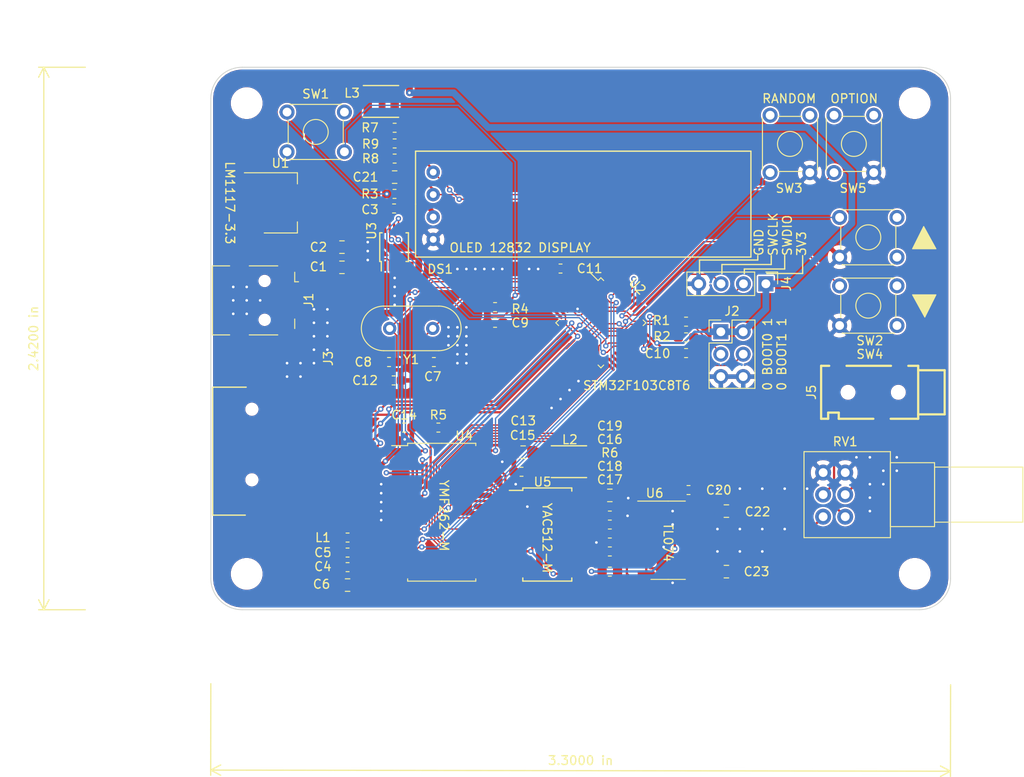
<source format=kicad_pcb>
(kicad_pcb (version 20171130) (host pcbnew 5.1.5)
  (layers (0 F.Cu signal) (31 B.Cu signal) (34 B.Paste user) (35 F.Paste user) (36 B.SilkS user) (37 F.SilkS user) (38 B.Mask user) (39 F.Mask user) (44 Edge.Cuts user))
  (net 0 "")
  (net 1 GND)
  (net 2 VCC)
  (net 3 +3V3)
  (net 4 "Net-(C3-Pad2)")
  (net 5 +5V)
  (net 6 "Net-(C7-Pad1)")
  (net 7 "Net-(C8-Pad1)")
  (net 8 +5VA)
  (net 9 "Net-(C16-Pad2)")
  (net 10 "Net-(C17-Pad2)")
  (net 11 "Net-(C18-Pad2)")
  (net 12 "Net-(C19-Pad1)")
  (net 13 "Net-(C21-Pad1)")
  (net 14 "Net-(C22-Pad2)")
  (net 15 CH1_OUT)
  (net 16 "Net-(C23-Pad2)")
  (net 17 CH2_OUT)
  (net 18 SDA)
  (net 19 SCL)
  (net 20 "Net-(J1-Pad4)")
  (net 21 D+)
  (net 22 D-)
  (net 23 BOOT1)
  (net 24 BOOT0)
  (net 25 "Net-(J3-Pad1)")
  (net 26 SD_CS)
  (net 27 SD_MOSI)
  (net 28 SD_CLK)
  (net 29 SD_MISO)
  (net 30 "Net-(J3-Pad8)")
  (net 31 "Net-(J3-Pad9)")
  (net 32 SWCLK)
  (net 33 SWDIO)
  (net 34 "Net-(J5-Pad2)")
  (net 35 "Net-(J5-Pad3)")
  (net 36 "Net-(L3-Pad2)")
  (net 37 "Net-(R1-Pad1)")
  (net 38 "Net-(R2-Pad1)")
  (net 39 "Net-(R3-Pad1)")
  (net 40 "Net-(R4-Pad2)")
  (net 41 "Net-(R5-Pad1)")
  (net 42 "Net-(R6-Pad2)")
  (net 43 "Net-(R6-Pad1)")
  (net 44 "Net-(SW1-Pad2)")
  (net 45 "Net-(SW1-Pad3)")
  (net 46 PREV)
  (net 47 "Net-(SW2-Pad2)")
  (net 48 "Net-(SW2-Pad4)")
  (net 49 RAND)
  (net 50 "Net-(SW3-Pad2)")
  (net 51 "Net-(SW3-Pad4)")
  (net 52 NEXT)
  (net 53 "Net-(SW4-Pad2)")
  (net 54 "Net-(SW4-Pad4)")
  (net 55 OPTION)
  (net 56 "Net-(SW5-Pad2)")
  (net 57 "Net-(SW5-Pad4)")
  (net 58 D1)
  (net 59 D0)
  (net 60 YM_WR)
  (net 61 YM_IC)
  (net 62 "Net-(U2-Pad33)")
  (net 63 "Net-(U2-Pad32)")
  (net 64 TX)
  (net 65 RX)
  (net 66 YM_CS)
  (net 67 D7)
  (net 68 D6)
  (net 69 D5)
  (net 70 D4)
  (net 71 D3)
  (net 72 D2)
  (net 73 "Net-(U2-Pad13)")
  (net 74 "Net-(U2-Pad12)")
  (net 75 YM_CLK)
  (net 76 "Net-(U2-Pad10)")
  (net 77 "Net-(U2-Pad4)")
  (net 78 YM_A1)
  (net 79 YM_A0)
  (net 80 "Net-(U3-Pad6)")
  (net 81 "Net-(U3-Pad5)")
  (net 82 "Net-(U3-Pad4)")
  (net 83 "Net-(U4-Pad23)")
  (net 84 "Net-(U4-Pad22)")
  (net 85 "Net-(U4-Pad21)")
  (net 86 "Net-(U4-Pad20)")
  (net 87 "Net-(U4-Pad19)")
  (net 88 "Net-(U4-Pad9)")
  (net 89 "Net-(U4-Pad2)")
  (net 90 "Net-(U5-Pad15)")
  (net 91 "Net-(U5-Pad14)")
  (module Package_QFP:LQFP-48_7x7mm_P0.5mm (layer F.Cu) (at 133.604 90.932 315)
    (fp_text reference U2 (at 0 -5.85 135) (layer F.SilkS))
    (fp_text value STM32F103C8Tx)
    (pad 48 smd roundrect (at -2.75 -4.1625 315) (size 0.3 1.475) (layers F.Cu F.Paste F.Mask) (net 3 +3V3))
    (pad 47 smd roundrect (at -2.25 -4.1625 315) (size 0.3 1.475) (layers F.Cu F.Paste F.Mask) (net 1 GND))
    (pad 46 smd roundrect (at -1.75 -4.1625 315) (size 0.3 1.475) (layers F.Cu F.Paste F.Mask) (net 58 D1))
    (pad 45 smd roundrect (at -1.25 -4.1625 315) (size 0.3 1.475) (layers F.Cu F.Paste F.Mask) (net 59 D0))
    (pad 44 smd roundrect (at -0.75 -4.1625 315) (size 0.3 1.475) (layers F.Cu F.Paste F.Mask) (net 37 "Net-(R1-Pad1)"))
    (pad 43 smd roundrect (at -0.25 -4.1625 315) (size 0.3 1.475) (layers F.Cu F.Paste F.Mask) (net 18 SDA))
    (pad 42 smd roundrect (at 0.25 -4.1625 315) (size 0.3 1.475) (layers F.Cu F.Paste F.Mask) (net 19 SCL))
    (pad 41 smd roundrect (at 0.75 -4.1625 315) (size 0.3 1.475) (layers F.Cu F.Paste F.Mask) (net 60 YM_WR))
    (pad 40 smd roundrect (at 1.25 -4.1625 315) (size 0.3 1.475) (layers F.Cu F.Paste F.Mask) (net 55 OPTION))
    (pad 39 smd roundrect (at 1.75 -4.1625 315) (size 0.3 1.475) (layers F.Cu F.Paste F.Mask) (net 52 NEXT))
    (pad 38 smd roundrect (at 2.25 -4.1625 315) (size 0.3 1.475) (layers F.Cu F.Paste F.Mask) (net 61 YM_IC))
    (pad 37 smd roundrect (at 2.75 -4.1625 315) (size 0.3 1.475) (layers F.Cu F.Paste F.Mask) (net 32 SWCLK))
    (pad 36 smd roundrect (at 4.1625 -2.75 315) (size 1.475 0.3) (layers F.Cu F.Paste F.Mask) (net 3 +3V3))
    (pad 35 smd roundrect (at 4.1625 -2.25 315) (size 1.475 0.3) (layers F.Cu F.Paste F.Mask) (net 1 GND))
    (pad 34 smd roundrect (at 4.1625 -1.75 315) (size 1.475 0.3) (layers F.Cu F.Paste F.Mask) (net 33 SWDIO))
    (pad 33 smd roundrect (at 4.1625 -1.25 315) (size 1.475 0.3) (layers F.Cu F.Paste F.Mask) (net 62 "Net-(U2-Pad33)"))
    (pad 32 smd roundrect (at 4.1625 -0.75 315) (size 1.475 0.3) (layers F.Cu F.Paste F.Mask) (net 63 "Net-(U2-Pad32)"))
    (pad 31 smd roundrect (at 4.1625 -0.25 315) (size 1.475 0.3) (layers F.Cu F.Paste F.Mask) (net 64 TX))
    (pad 30 smd roundrect (at 4.1625 0.25 315) (size 1.475 0.3) (layers F.Cu F.Paste F.Mask) (net 65 RX))
    (pad 29 smd roundrect (at 4.1625 0.75 315) (size 1.475 0.3) (layers F.Cu F.Paste F.Mask) (net 66 YM_CS))
    (pad 28 smd roundrect (at 4.1625 1.25 315) (size 1.475 0.3) (layers F.Cu F.Paste F.Mask) (net 67 D7))
    (pad 27 smd roundrect (at 4.1625 1.75 315) (size 1.475 0.3) (layers F.Cu F.Paste F.Mask) (net 68 D6))
    (pad 26 smd roundrect (at 4.1625 2.25 315) (size 1.475 0.3) (layers F.Cu F.Paste F.Mask) (net 69 D5))
    (pad 25 smd roundrect (at 4.1625 2.75 315) (size 1.475 0.3) (layers F.Cu F.Paste F.Mask) (net 70 D4))
    (pad 24 smd roundrect (at 2.75 4.1625 315) (size 0.3 1.475) (layers F.Cu F.Paste F.Mask) (net 3 +3V3))
    (pad 23 smd roundrect (at 2.25 4.1625 315) (size 0.3 1.475) (layers F.Cu F.Paste F.Mask) (net 1 GND))
    (pad 22 smd roundrect (at 1.75 4.1625 315) (size 0.3 1.475) (layers F.Cu F.Paste F.Mask) (net 71 D3))
    (pad 21 smd roundrect (at 1.25 4.1625 315) (size 0.3 1.475) (layers F.Cu F.Paste F.Mask) (net 72 D2))
    (pad 20 smd roundrect (at 0.75 4.1625 315) (size 0.3 1.475) (layers F.Cu F.Paste F.Mask) (net 38 "Net-(R2-Pad1)"))
    (pad 19 smd roundrect (at 0.25 4.1625 315) (size 0.3 1.475) (layers F.Cu F.Paste F.Mask) (net 49 RAND))
    (pad 18 smd roundrect (at -0.25 4.1625 315) (size 0.3 1.475) (layers F.Cu F.Paste F.Mask) (net 46 PREV))
    (pad 17 smd roundrect (at -0.75 4.1625 315) (size 0.3 1.475) (layers F.Cu F.Paste F.Mask) (net 27 SD_MOSI))
    (pad 16 smd roundrect (at -1.25 4.1625 315) (size 0.3 1.475) (layers F.Cu F.Paste F.Mask) (net 29 SD_MISO))
    (pad 15 smd roundrect (at -1.75 4.1625 315) (size 0.3 1.475) (layers F.Cu F.Paste F.Mask) (net 28 SD_CLK))
    (pad 14 smd roundrect (at -2.25 4.1625 315) (size 0.3 1.475) (layers F.Cu F.Paste F.Mask) (net 26 SD_CS))
    (pad 13 smd roundrect (at -2.75 4.1625 315) (size 0.3 1.475) (layers F.Cu F.Paste F.Mask) (net 73 "Net-(U2-Pad13)"))
    (pad 12 smd roundrect (at -4.1625 2.75 315) (size 1.475 0.3) (layers F.Cu F.Paste F.Mask) (net 74 "Net-(U2-Pad12)"))
    (pad 11 smd roundrect (at -4.1625 2.25 315) (size 1.475 0.3) (layers F.Cu F.Paste F.Mask) (net 75 YM_CLK))
    (pad 10 smd roundrect (at -4.1625 1.75 315) (size 1.475 0.3) (layers F.Cu F.Paste F.Mask) (net 76 "Net-(U2-Pad10)"))
    (pad 9 smd roundrect (at -4.1625 1.25 315) (size 1.475 0.3) (layers F.Cu F.Paste F.Mask) (net 3 +3V3))
    (pad 8 smd roundrect (at -4.1625 0.75 315) (size 1.475 0.3) (layers F.Cu F.Paste F.Mask) (net 1 GND))
    (pad 7 smd roundrect (at -4.1625 0.25 315) (size 1.475 0.3) (layers F.Cu F.Paste F.Mask) (net 40 "Net-(R4-Pad2)"))
    (pad 6 smd roundrect (at -4.1625 -0.25 315) (size 1.475 0.3) (layers F.Cu F.Paste F.Mask) (net 7 "Net-(C8-Pad1)"))
    (pad 5 smd roundrect (at -4.1625 -0.75 315) (size 1.475 0.3) (layers F.Cu F.Paste F.Mask) (net 6 "Net-(C7-Pad1)"))
    (pad 4 smd roundrect (at -4.1625 -1.25 315) (size 1.475 0.3) (layers F.Cu F.Paste F.Mask) (net 77 "Net-(U2-Pad4)"))
    (pad 3 smd roundrect (at -4.1625 -1.75 315) (size 1.475 0.3) (layers F.Cu F.Paste F.Mask) (net 78 YM_A1))
    (pad 2 smd roundrect (at -4.1625 -2.25 315) (size 1.475 0.3) (layers F.Cu F.Paste F.Mask) (net 79 YM_A0))
    (pad 1 smd roundrect (at -4.1625 -2.75 315) (size 1.475 0.3) (layers F.Cu F.Paste F.Mask) (net 3 +3V3))
  )
  (module Crystal:Crystal_HC49-U_Vertical (layer F.Cu) (at 114.554 91.567 180)
    (fp_text reference Y1 (at 2.44 -3.525) (layer F.SilkS))
    (fp_text value 8MHz)
    (pad 2 thru_hole circle (at 4.88 0 180) (size 1.5 1.5) (drill 0.8) (layers *.Cu *.Mask) (net 6 "Net-(C7-Pad1)"))
    (pad 1 thru_hole circle (at 0 0 180) (size 1.5 1.5) (drill 0.8) (layers *.Cu *.Mask) (net 7 "Net-(C8-Pad1)"))
  )
  (module Package_SO:SOIC-14_3.9x8.7mm_P1.27mm (layer F.Cu) (at 141.224 115.57)
    (fp_text reference U6 (at -1.524 -5.334) (layer F.SilkS))
    (fp_text value TL074 (at 0 0.254 270 unlocked) (layer F.SilkS))
    (pad 14 smd roundrect (at 2.475 -3.81) (size 1.95 0.6) (layers F.Cu F.Paste F.Mask) (net 15 CH1_OUT))
    (pad 13 smd roundrect (at 2.475 -2.54) (size 1.95 0.6) (layers F.Cu F.Paste F.Mask) (net 15 CH1_OUT))
    (pad 12 smd roundrect (at 2.475 -1.27) (size 1.95 0.6) (layers F.Cu F.Paste F.Mask) (net 10 "Net-(C17-Pad2)"))
    (pad 11 smd roundrect (at 2.475 0) (size 1.95 0.6) (layers F.Cu F.Paste F.Mask) (net 1 GND))
    (pad 10 smd roundrect (at 2.475 1.27) (size 1.95 0.6) (layers F.Cu F.Paste F.Mask) (net 11 "Net-(C18-Pad2)"))
    (pad 9 smd roundrect (at 2.475 2.54) (size 1.95 0.6) (layers F.Cu F.Paste F.Mask) (net 17 CH2_OUT))
    (pad 8 smd roundrect (at 2.475 3.81) (size 1.95 0.6) (layers F.Cu F.Paste F.Mask) (net 17 CH2_OUT))
    (pad 7 smd roundrect (at -2.475 3.81) (size 1.95 0.6) (layers F.Cu F.Paste F.Mask) (net 43 "Net-(R6-Pad1)"))
    (pad 6 smd roundrect (at -2.475 2.54) (size 1.95 0.6) (layers F.Cu F.Paste F.Mask) (net 43 "Net-(R6-Pad1)"))
    (pad 5 smd roundrect (at -2.475 1.27) (size 1.95 0.6) (layers F.Cu F.Paste F.Mask) (net 9 "Net-(C16-Pad2)"))
    (pad 4 smd roundrect (at -2.475 0) (size 1.95 0.6) (layers F.Cu F.Paste F.Mask) (net 8 +5VA))
    (pad 3 smd roundrect (at -2.475 -1.27) (size 1.95 0.6) (layers F.Cu F.Paste F.Mask) (net 12 "Net-(C19-Pad1)"))
    (pad 2 smd roundrect (at -2.475 -2.54) (size 1.95 0.6) (layers F.Cu F.Paste F.Mask) (net 91 "Net-(U5-Pad14)"))
    (pad 1 smd roundrect (at -2.475 -3.81) (size 1.95 0.6) (layers F.Cu F.Paste F.Mask) (net 91 "Net-(U5-Pad14)"))
  )
  (module Package_SO:SOIC-16W_5.3x10.2mm_P1.27mm (layer F.Cu) (at 127.5334 114.9223)
    (fp_text reference U5 (at -0.5334 -5.9563) (layer F.SilkS))
    (fp_text value YAC512-M (at -0.0254 0.3937 270 unlocked) (layer F.SilkS))
    (pad 16 smd rect (at 3.55 -4.445) (size 1.5 0.6) (layers F.Cu F.Paste F.Mask) (net 12 "Net-(C19-Pad1)"))
    (pad 15 smd rect (at 3.55 -3.175) (size 1.5 0.6) (layers F.Cu F.Paste F.Mask) (net 90 "Net-(U5-Pad15)"))
    (pad 14 smd rect (at 3.55 -1.905) (size 1.5 0.6) (layers F.Cu F.Paste F.Mask) (net 91 "Net-(U5-Pad14)"))
    (pad 13 smd rect (at 3.55 -0.635) (size 1.5 0.6) (layers F.Cu F.Paste F.Mask) (net 9 "Net-(C16-Pad2)"))
    (pad 12 smd rect (at 3.55 0.635) (size 1.5 0.6) (layers F.Cu F.Paste F.Mask) (net 42 "Net-(R6-Pad2)"))
    (pad 11 smd rect (at 3.55 1.905) (size 1.5 0.6) (layers F.Cu F.Paste F.Mask) (net 11 "Net-(C18-Pad2)"))
    (pad 10 smd rect (at 3.55 3.175) (size 1.5 0.6) (layers F.Cu F.Paste F.Mask) (net 10 "Net-(C17-Pad2)"))
    (pad 9 smd rect (at 3.55 4.445) (size 1.5 0.6) (layers F.Cu F.Paste F.Mask) (net 8 +5VA))
    (pad 8 smd rect (at -3.55 4.445) (size 1.5 0.6) (layers F.Cu F.Paste F.Mask) (net 87 "Net-(U4-Pad19)"))
    (pad 7 smd rect (at -3.55 3.175) (size 1.5 0.6) (layers F.Cu F.Paste F.Mask) (net 86 "Net-(U4-Pad20)"))
    (pad 6 smd rect (at -3.55 1.905) (size 1.5 0.6) (layers F.Cu F.Paste F.Mask) (net 8 +5VA))
    (pad 5 smd rect (at -3.55 0.635) (size 1.5 0.6) (layers F.Cu F.Paste F.Mask) (net 83 "Net-(U4-Pad23)"))
    (pad 4 smd rect (at -3.55 -0.635) (size 1.5 0.6) (layers F.Cu F.Paste F.Mask) (net 85 "Net-(U4-Pad21)"))
    (pad 3 smd rect (at -3.55 -1.905) (size 1.5 0.6) (layers F.Cu F.Paste F.Mask) (net 8 +5VA))
    (pad 2 smd rect (at -3.55 -3.175) (size 1.5 0.6) (layers F.Cu F.Paste F.Mask) (net 1 GND))
    (pad 1 smd rect (at -3.55 -4.445) (size 1.5 0.6) (layers F.Cu F.Paste F.Mask) (net 8 +5VA))
  )
  (module Package_SO:SOIC-24W_7.5x15.4mm_P1.27mm (layer F.Cu) (at 115.57 112.395)
    (fp_text reference U4 (at 2.54 -8.65) (layer F.SilkS))
    (fp_text value YMF262-M (at 0.254 0.381 270 unlocked) (layer F.SilkS))
    (pad 24 smd roundrect (at 4.65 -6.985) (size 2.05 0.6) (layers F.Cu F.Paste F.Mask) (net 75 YM_CLK))
    (pad 23 smd roundrect (at 4.65 -5.715) (size 2.05 0.6) (layers F.Cu F.Paste F.Mask) (net 83 "Net-(U4-Pad23)"))
    (pad 22 smd roundrect (at 4.65 -4.445) (size 2.05 0.6) (layers F.Cu F.Paste F.Mask) (net 84 "Net-(U4-Pad22)"))
    (pad 21 smd roundrect (at 4.65 -3.175) (size 2.05 0.6) (layers F.Cu F.Paste F.Mask) (net 85 "Net-(U4-Pad21)"))
    (pad 20 smd roundrect (at 4.65 -1.905) (size 2.05 0.6) (layers F.Cu F.Paste F.Mask) (net 86 "Net-(U4-Pad20)"))
    (pad 19 smd roundrect (at 4.65 -0.635) (size 2.05 0.6) (layers F.Cu F.Paste F.Mask) (net 87 "Net-(U4-Pad19)"))
    (pad 18 smd roundrect (at 4.65 0.635) (size 2.05 0.6) (layers F.Cu F.Paste F.Mask) (net 67 D7))
    (pad 17 smd roundrect (at 4.65 1.905) (size 2.05 0.6) (layers F.Cu F.Paste F.Mask) (net 68 D6))
    (pad 16 smd roundrect (at 4.65 3.175) (size 2.05 0.6) (layers F.Cu F.Paste F.Mask) (net 69 D5))
    (pad 15 smd roundrect (at 4.65 4.445) (size 2.05 0.6) (layers F.Cu F.Paste F.Mask) (net 70 D4))
    (pad 14 smd roundrect (at 4.65 5.715) (size 2.05 0.6) (layers F.Cu F.Paste F.Mask) (net 71 D3))
    (pad 13 smd roundrect (at 4.65 6.985) (size 2.05 0.6) (layers F.Cu F.Paste F.Mask) (net 72 D2))
    (pad 12 smd roundrect (at -4.65 6.985) (size 2.05 0.6) (layers F.Cu F.Paste F.Mask) (net 1 GND))
    (pad 11 smd roundrect (at -4.65 5.715) (size 2.05 0.6) (layers F.Cu F.Paste F.Mask) (net 58 D1))
    (pad 10 smd roundrect (at -4.65 4.445) (size 2.05 0.6) (layers F.Cu F.Paste F.Mask) (net 59 D0))
    (pad 9 smd roundrect (at -4.65 3.175) (size 2.05 0.6) (layers F.Cu F.Paste F.Mask) (net 88 "Net-(U4-Pad9)"))
    (pad 8 smd roundrect (at -4.65 1.905) (size 2.05 0.6) (layers F.Cu F.Paste F.Mask) (net 66 YM_CS))
    (pad 7 smd roundrect (at -4.65 0.635) (size 2.05 0.6) (layers F.Cu F.Paste F.Mask) (net 41 "Net-(R5-Pad1)"))
    (pad 6 smd roundrect (at -4.65 -0.635) (size 2.05 0.6) (layers F.Cu F.Paste F.Mask) (net 60 YM_WR))
    (pad 5 smd roundrect (at -4.65 -1.905) (size 2.05 0.6) (layers F.Cu F.Paste F.Mask) (net 78 YM_A1))
    (pad 4 smd roundrect (at -4.65 -3.175) (size 2.05 0.6) (layers F.Cu F.Paste F.Mask) (net 79 YM_A0))
    (pad 3 smd roundrect (at -4.65 -4.445) (size 2.05 0.6) (layers F.Cu F.Paste F.Mask) (net 61 YM_IC))
    (pad 2 smd roundrect (at -4.65 -5.715) (size 2.05 0.6) (layers F.Cu F.Paste F.Mask) (net 89 "Net-(U4-Pad2)"))
    (pad 1 smd roundrect (at -4.65 -6.985) (size 2.05 0.6) (layers F.Cu F.Paste F.Mask) (net 5 +5V))
  )
  (module Package_SO:TSSOP-10_3x3mm_P0.5mm (layer F.Cu) (at 110.1725 82.3595 90)
    (fp_text reference U3 (at 1.8415 -2.55 90) (layer F.SilkS))
    (fp_text value CH340E)
    (pad 10 smd rect (at 2.15 -1 90) (size 1.1 0.25) (layers F.Cu F.Paste F.Mask) (net 4 "Net-(C3-Pad2)"))
    (pad 9 smd rect (at 2.15 -0.5 90) (size 1.1 0.25) (layers F.Cu F.Paste F.Mask) (net 65 RX))
    (pad 8 smd rect (at 2.15 0 90) (size 1.1 0.25) (layers F.Cu F.Paste F.Mask) (net 64 TX))
    (pad 7 smd rect (at 2.15 0.5 90) (size 1.1 0.25) (layers F.Cu F.Paste F.Mask) (net 5 +5V))
    (pad 6 smd rect (at 2.15 1 90) (size 1.1 0.25) (layers F.Cu F.Paste F.Mask) (net 80 "Net-(U3-Pad6)"))
    (pad 5 smd rect (at -2.15 1 90) (size 1.1 0.25) (layers F.Cu F.Paste F.Mask) (net 81 "Net-(U3-Pad5)"))
    (pad 4 smd rect (at -2.15 0.5 90) (size 1.1 0.25) (layers F.Cu F.Paste F.Mask) (net 82 "Net-(U3-Pad4)"))
    (pad 3 smd rect (at -2.15 0 90) (size 1.1 0.25) (layers F.Cu F.Paste F.Mask) (net 1 GND))
    (pad 2 smd rect (at -2.15 -0.5 90) (size 1.1 0.25) (layers F.Cu F.Paste F.Mask) (net 22 D-))
    (pad 1 smd rect (at -2.15 -1 90) (size 1.1 0.25) (layers F.Cu F.Paste F.Mask) (net 21 D+))
  )
  (module Package_TO_SOT_SMD:SOT-223-3_TabPin2 (layer F.Cu) (at 97.307 77.343)
    (fp_text reference U1 (at 0 -4.5) (layer F.SilkS))
    (fp_text value LD1117S33TR_SOT223)
    (pad 1 smd rect (at -3.15 -2.3) (size 2 1.5) (layers F.Cu F.Paste F.Mask) (net 1 GND))
    (pad 3 smd rect (at -3.15 2.3) (size 2 1.5) (layers F.Cu F.Paste F.Mask) (net 2 VCC))
    (pad 2 smd rect (at -3.15 0) (size 2 1.5) (layers F.Cu F.Paste F.Mask) (net 3 +3V3))
    (pad 2 smd rect (at 3.15 0) (size 2 3.8) (layers F.Cu F.Paste F.Mask) (net 3 +3V3))
  )
  (module Button_Switch_THT:SW_TH_Tactile_Omron_B3F-10xx (layer F.Cu) (at 160.02 73.914 90)
    (fp_text reference SW5 (at -1.778 2.159 180) (layer F.SilkS))
    (fp_text value SW_Push_Dual)
    (pad 1 thru_hole circle (at 0 0 90) (size 1.7 1.7) (drill 1) (layers *.Cu *.Mask) (net 55 OPTION))
    (pad 2 thru_hole circle (at 6.5 0 90) (size 1.7 1.7) (drill 1) (layers *.Cu *.Mask) (net 56 "Net-(SW5-Pad2)"))
    (pad 3 thru_hole circle (at 0 4.5 90) (size 1.7 1.7) (drill 1) (layers *.Cu *.Mask) (net 1 GND))
    (pad 4 thru_hole circle (at 6.5 4.5 90) (size 1.7 1.7) (drill 1) (layers *.Cu *.Mask) (net 57 "Net-(SW5-Pad4)"))
  )
  (module Button_Switch_THT:SW_TH_Tactile_Omron_B3F-10xx (layer F.Cu) (at 160.655 86.741)
    (fp_text reference SW4 (at 3.429 7.747) (layer F.SilkS))
    (fp_text value SW_Push_Dual)
    (pad 1 thru_hole circle (at 0 0) (size 1.7 1.7) (drill 1) (layers *.Cu *.Mask) (net 52 NEXT))
    (pad 2 thru_hole circle (at 6.5 0) (size 1.7 1.7) (drill 1) (layers *.Cu *.Mask) (net 53 "Net-(SW4-Pad2)"))
    (pad 3 thru_hole circle (at 0 4.5) (size 1.7 1.7) (drill 1) (layers *.Cu *.Mask) (net 1 GND))
    (pad 4 thru_hole circle (at 6.5 4.5) (size 1.7 1.7) (drill 1) (layers *.Cu *.Mask) (net 54 "Net-(SW4-Pad4)"))
  )
  (module Button_Switch_THT:SW_TH_Tactile_Omron_B3F-10xx (layer F.Cu) (at 152.781 73.914 90)
    (fp_text reference SW3 (at -1.778 2.159 180) (layer F.SilkS))
    (fp_text value SW_Push_Dual)
    (pad 1 thru_hole circle (at 0 0 90) (size 1.7 1.7) (drill 1) (layers *.Cu *.Mask) (net 49 RAND))
    (pad 2 thru_hole circle (at 6.5 0 90) (size 1.7 1.7) (drill 1) (layers *.Cu *.Mask) (net 50 "Net-(SW3-Pad2)"))
    (pad 3 thru_hole circle (at 0 4.5 90) (size 1.7 1.7) (drill 1) (layers *.Cu *.Mask) (net 1 GND))
    (pad 4 thru_hole circle (at 6.5 4.5 90) (size 1.7 1.7) (drill 1) (layers *.Cu *.Mask) (net 51 "Net-(SW3-Pad4)"))
  )
  (module Button_Switch_THT:SW_TH_Tactile_Omron_B3F-10xx (layer F.Cu) (at 160.655 78.994)
    (fp_text reference SW2 (at 3.429 13.97) (layer F.SilkS))
    (fp_text value SW_Push_Dual)
    (pad 1 thru_hole circle (at 0 0) (size 1.7 1.7) (drill 1) (layers *.Cu *.Mask) (net 46 PREV))
    (pad 2 thru_hole circle (at 6.5 0) (size 1.7 1.7) (drill 1) (layers *.Cu *.Mask) (net 47 "Net-(SW2-Pad2)"))
    (pad 3 thru_hole circle (at 0 4.5) (size 1.7 1.7) (drill 1) (layers *.Cu *.Mask) (net 1 GND))
    (pad 4 thru_hole circle (at 6.5 4.5) (size 1.7 1.7) (drill 1) (layers *.Cu *.Mask) (net 48 "Net-(SW2-Pad4)"))
  )
  (module Button_Switch_THT:SW_TH_Tactile_Omron_B3F-10xx (layer F.Cu) (at 98.044 67.056)
    (fp_text reference SW1 (at 3.25 -2.05) (layer F.SilkS))
    (fp_text value SW_Push_Dual)
    (pad 1 thru_hole circle (at 0 0) (size 1.7 1.7) (drill 1) (layers *.Cu *.Mask) (net 39 "Net-(R3-Pad1)"))
    (pad 2 thru_hole circle (at 6.5 0) (size 1.7 1.7) (drill 1) (layers *.Cu *.Mask) (net 44 "Net-(SW1-Pad2)"))
    (pad 3 thru_hole circle (at 0 4.5) (size 1.7 1.7) (drill 1) (layers *.Cu *.Mask) (net 45 "Net-(SW1-Pad3)"))
    (pad 4 thru_hole circle (at 6.5 4.5) (size 1.7 1.7) (drill 1) (layers *.Cu *.Mask) (net 40 "Net-(R4-Pad2)"))
  )
  (module Potentiometer_THT:Potentiometer_Alps_RK097_Dual_Horizontal (layer F.Cu) (at 161.29 112.903)
    (fp_text reference RV1 (at 0 -8.5) (layer F.SilkS))
    (fp_text value R_POT_Dual)
    (pad 4 thru_hole circle (at -2.5 0) (size 1.8 1.8) (drill 1) (layers *.Cu *.Mask) (net 16 "Net-(C23-Pad2)"))
    (pad 5 thru_hole circle (at -2.5 -2.5) (size 1.8 1.8) (drill 1) (layers *.Cu *.Mask) (net 34 "Net-(J5-Pad2)"))
    (pad 6 thru_hole circle (at -2.5 -5) (size 1.8 1.8) (drill 1) (layers *.Cu *.Mask) (net 1 GND))
    (pad 1 thru_hole circle (at 0 0) (size 1.8 1.8) (drill 1) (layers *.Cu *.Mask) (net 14 "Net-(C22-Pad2)"))
    (pad 2 thru_hole circle (at 0 -2.5) (size 1.8 1.8) (drill 1) (layers *.Cu *.Mask) (net 35 "Net-(J5-Pad3)"))
    (pad 3 thru_hole circle (at 0 -5) (size 1.8 1.8) (drill 1) (layers *.Cu *.Mask) (net 1 GND))
  )
  (module Resistor_SMD:R_0603_1608Metric_Pad1.05x0.95mm_HandSolder (layer F.Cu) (at 110.236 70.612 180)
    (fp_text reference R9 (at 2.7305 -0.0635) (layer F.SilkS))
    (fp_text value 4.7K)
    (pad 2 smd roundrect (at 0.875 0 180) (size 1.05 0.95) (layers F.Cu F.Paste F.Mask) (net 3 +3V3))
    (pad 1 smd roundrect (at -0.875 0 180) (size 1.05 0.95) (layers F.Cu F.Paste F.Mask) (net 18 SDA))
  )
  (module Resistor_SMD:R_0603_1608Metric_Pad1.05x0.95mm_HandSolder (layer F.Cu) (at 110.236 72.3265 180)
    (fp_text reference R8 (at 2.7305 0) (layer F.SilkS))
    (fp_text value 4.7K)
    (pad 2 smd roundrect (at 0.875 0 180) (size 1.05 0.95) (layers F.Cu F.Paste F.Mask) (net 3 +3V3))
    (pad 1 smd roundrect (at -0.875 0 180) (size 1.05 0.95) (layers F.Cu F.Paste F.Mask) (net 19 SCL))
  )
  (module Resistor_SMD:R_0603_1608Metric_Pad1.05x0.95mm_HandSolder (layer F.Cu) (at 110.236 68.834 180)
    (fp_text reference R7 (at 2.794 0) (layer F.SilkS))
    (fp_text value 4.7)
    (pad 2 smd roundrect (at 0.875 0 180) (size 1.05 0.95) (layers F.Cu F.Paste F.Mask) (net 3 +3V3))
    (pad 1 smd roundrect (at -0.875 0 180) (size 1.05 0.95) (layers F.Cu F.Paste F.Mask) (net 36 "Net-(L3-Pad2)"))
  )
  (module Resistor_SMD:R_0603_1608Metric_Pad1.05x0.95mm_HandSolder (layer F.Cu) (at 134.62 114.808 180)
    (fp_text reference R6 (at 0 9.144) (layer F.SilkS))
    (fp_text value 33)
    (pad 1 smd roundrect (at -0.875 0 180) (size 1.05 0.95) (layers F.Cu F.Paste F.Mask) (net 43 "Net-(R6-Pad1)"))
    (pad 2 smd roundrect (at 0.875 0 180) (size 1.05 0.95) (layers F.Cu F.Paste F.Mask) (net 42 "Net-(R6-Pad2)"))
  )
  (module Resistor_SMD:R_0603_1608Metric_Pad1.05x0.95mm_HandSolder (layer F.Cu) (at 115.189 102.8065)
    (fp_text reference R5 (at 0 -1.43) (layer F.SilkS))
    (fp_text value 10K)
    (pad 2 smd roundrect (at 0.875 0) (size 1.05 0.95) (layers F.Cu F.Paste F.Mask) (net 5 +5V))
    (pad 1 smd roundrect (at -0.875 0) (size 1.05 0.95) (layers F.Cu F.Paste F.Mask) (net 41 "Net-(R5-Pad1)"))
  )
  (module Resistor_SMD:R_0603_1608Metric_Pad1.05x0.95mm_HandSolder (layer F.Cu) (at 121.6152 89.154)
    (fp_text reference R4 (at 2.8448 0.2032) (layer F.SilkS))
    (fp_text value 10K)
    (pad 2 smd roundrect (at 0.875 0) (size 1.05 0.95) (layers F.Cu F.Paste F.Mask) (net 40 "Net-(R4-Pad2)"))
    (pad 1 smd roundrect (at -0.875 0) (size 1.05 0.95) (layers F.Cu F.Paste F.Mask) (net 3 +3V3))
  )
  (module Resistor_SMD:R_0603_1608Metric_Pad1.05x0.95mm_HandSolder (layer F.Cu) (at 110.222 76.327)
    (fp_text reference R3 (at -2.794 0) (layer F.SilkS))
    (fp_text value 1K)
    (pad 2 smd roundrect (at 0.875 0) (size 1.05 0.95) (layers F.Cu F.Paste F.Mask) (net 1 GND))
    (pad 1 smd roundrect (at -0.875 0) (size 1.05 0.95) (layers F.Cu F.Paste F.Mask) (net 39 "Net-(R3-Pad1)"))
  )
  (module Resistor_SMD:R_0603_1608Metric_Pad1.05x0.95mm_HandSolder (layer F.Cu) (at 143.256 92.583)
    (fp_text reference R2 (at -2.7305 -0.1016) (layer F.SilkS))
    (fp_text value 100K)
    (pad 1 smd roundrect (at -0.875 0) (size 1.05 0.95) (layers F.Cu F.Paste F.Mask) (net 38 "Net-(R2-Pad1)"))
    (pad 2 smd roundrect (at 0.875 0) (size 1.05 0.95) (layers F.Cu F.Paste F.Mask) (net 23 BOOT1))
  )
  (module Resistor_SMD:R_0603_1608Metric_Pad1.05x0.95mm_HandSolder (layer F.Cu) (at 143.256 90.805)
    (fp_text reference R1 (at -2.7813 -0.1397) (layer F.SilkS))
    (fp_text value 100K)
    (pad 2 smd roundrect (at 0.875 0) (size 1.05 0.95) (layers F.Cu F.Paste F.Mask) (net 24 BOOT0))
    (pad 1 smd roundrect (at -0.875 0) (size 1.05 0.95) (layers F.Cu F.Paste F.Mask) (net 37 "Net-(R1-Pad1)"))
  )
  (module custom_inductors:L_4x4 (layer F.Cu) (at 107.188 65.8495)
    (fp_text reference L3 (at -1.778 -0.9525) (layer F.SilkS))
    (fp_text value 10uH)
    (pad 2 smd rect (at 3.05 0) (size 0.95 3.3) (layers F.Cu F.Paste F.Mask) (net 36 "Net-(L3-Pad2)"))
    (pad 1 smd rect (at 0 0) (size 0.95 3.3) (layers F.Cu F.Paste F.Mask) (net 13 "Net-(C21-Pad1)"))
  )
  (module custom_inductors:L_4x4 (layer F.Cu) (at 128.4859 106.6673)
    (fp_text reference L2 (at 1.6 -2.5) (layer F.SilkS))
    (fp_text value 33uH)
    (pad 2 smd rect (at 3.05 0) (size 0.95 3.3) (layers F.Cu F.Paste F.Mask) (net 5 +5V))
    (pad 1 smd rect (at 0 0) (size 0.95 3.3) (layers F.Cu F.Paste F.Mask) (net 8 +5VA))
  )
  (module Inductor_SMD:L_0603_1608Metric_Pad1.05x0.95mm_HandSolder (layer F.Cu) (at 104.902 115.2652 180)
    (fp_text reference L1 (at 2.794 0) (layer F.SilkS))
    (fp_text value BLM18PG221SN1D)
    (pad 2 smd roundrect (at 0.875 0 180) (size 1.05 0.95) (layers F.Cu F.Paste F.Mask) (net 2 VCC))
    (pad 1 smd roundrect (at -0.875 0 180) (size 1.05 0.95) (layers F.Cu F.Paste F.Mask) (net 5 +5V))
  )
  (module Connector_Audio:Jack_3.5mm_PJ320B_Horizontal (layer F.Cu) (at 163.957 98.806 270)
    (fp_text reference J5 (at 0 6.5 90) (layer F.SilkS))
    (fp_text value Audio-Jack-3)
    (pad "" np_thru_hole circle (at 0 -3.35) (size 1.3 1.3) (drill 1.3) (layers *.Cu *.Mask))
    (pad "" np_thru_hole circle (at 0 2.35) (size 1.3 1.3) (drill 1.3) (layers *.Cu *.Mask))
    (pad 1 smd rect (at -3.999992 -3.50002) (size 1.499997 2.999994) (layers F.Cu F.Paste F.Mask) (net 1 GND))
    (pad 2 smd rect (at 3.999992 -1.500024) (size 1.499997 2.999994) (layers F.Cu F.Paste F.Mask) (net 34 "Net-(J5-Pad2)"))
    (pad 3 smd rect (at -3.999992 3.499966) (size 1.499997 2.999994) (layers F.Cu F.Paste F.Mask) (net 35 "Net-(J5-Pad3)"))
  )
  (module Connector_PinHeader_2.54mm:PinHeader_1x04_P2.54mm_Vertical (layer F.Cu) (at 152.2984 86.5124 270)
    (fp_text reference J4 (at 0 -2.33 90) (layer F.SilkS))
    (fp_text value Conn_01x04)
    (pad 4 thru_hole oval (at 0 7.62 270) (size 1.7 1.7) (drill 1) (layers *.Cu *.Mask) (net 1 GND))
    (pad 3 thru_hole oval (at 0 5.08 270) (size 1.7 1.7) (drill 1) (layers *.Cu *.Mask) (net 32 SWCLK))
    (pad 2 thru_hole oval (at 0 2.54 270) (size 1.7 1.7) (drill 1) (layers *.Cu *.Mask) (net 33 SWDIO))
    (pad 1 thru_hole rect (at 0 0 270) (size 1.7 1.7) (drill 1) (layers *.Cu *.Mask) (net 3 +3V3))
  )
  (module customMicroSD:SOFNG_TF_15x15_PUSH_PUSH (layer F.Cu) (at 104.1146 107.9246 90)
    (fp_text reference J3 (at 12.954 -1.397 90) (layer F.SilkS))
    (fp_text value Micro_SD_Card)
    (pad "" np_thru_hole circle (at -0.8 -10.055 90) (size 1.1 1.1) (drill 1.1) (layers *.Cu *.Mask))
    (pad "" np_thru_hole circle (at 7.2 -10.055 90) (size 1.1 1.1) (drill 1.1) (layers *.Cu *.Mask))
    (pad "" smd rect (at 10.251 -9.799 90) (size 1.4 2.2) (layers F.Cu F.Paste F.Mask) (net 1 GND))
    (pad "" smd rect (at -5.499 -9.601 90) (size 1.4 2.2) (layers F.Cu F.Paste F.Mask) (net 1 GND))
    (pad "" smd rect (at -4.498 -0.5 90) (size 1.8 1.4) (layers F.Cu F.Paste F.Mask) (net 1 GND))
    (pad "" smd rect (at 10.05 -0.5 90) (size 1.6 1.4) (layers F.Cu F.Paste F.Mask) (net 1 GND))
    (pad 9 smd rect (at 8.8 0 90) (size 0.7 1.4) (layers F.Cu F.Paste F.Mask) (net 31 "Net-(J3-Pad9)"))
    (pad 8 smd rect (at 7.7 0 90) (size 0.7 1.4) (layers F.Cu F.Paste F.Mask) (net 30 "Net-(J3-Pad8)"))
    (pad 7 smd rect (at 6.6 0 90) (size 0.7 1.4) (layers F.Cu F.Paste F.Mask) (net 29 SD_MISO))
    (pad 6 smd rect (at 5.5 0 90) (size 0.7 1.4) (layers F.Cu F.Paste F.Mask) (net 1 GND))
    (pad 5 smd rect (at 4.4 0 90) (size 0.7 1.4) (layers F.Cu F.Paste F.Mask) (net 28 SD_CLK))
    (pad 4 smd rect (at 3.3 0 90) (size 0.7 1.4) (layers F.Cu F.Paste F.Mask) (net 3 +3V3))
    (pad 3 smd rect (at 2.2 0 90) (size 0.7 1.4) (layers F.Cu F.Paste F.Mask) (net 27 SD_MOSI))
    (pad 2 smd rect (at 1.1 0 90) (size 0.7 1.4) (layers F.Cu F.Paste F.Mask) (net 26 SD_CS))
    (pad 1 smd rect (at 0 0 90) (size 0.7 1.4) (layers F.Cu F.Paste F.Mask) (net 25 "Net-(J3-Pad1)"))
  )
  (module Connector_PinHeader_2.54mm:PinHeader_2x03_P2.54mm_Vertical (layer F.Cu) (at 147.193 91.948)
    (fp_text reference J2 (at 1.27 -2.33) (layer F.SilkS))
    (fp_text value Conn_02x03_Odd_Even)
    (pad 6 thru_hole oval (at 2.54 5.08) (size 1.7 1.7) (drill 1) (layers *.Cu *.Mask) (net 1 GND))
    (pad 5 thru_hole oval (at 0 5.08) (size 1.7 1.7) (drill 1) (layers *.Cu *.Mask) (net 1 GND))
    (pad 4 thru_hole oval (at 2.54 2.54) (size 1.7 1.7) (drill 1) (layers *.Cu *.Mask) (net 23 BOOT1))
    (pad 3 thru_hole oval (at 0 2.54) (size 1.7 1.7) (drill 1) (layers *.Cu *.Mask) (net 24 BOOT0))
    (pad 2 thru_hole oval (at 2.54 0) (size 1.7 1.7) (drill 1) (layers *.Cu *.Mask) (net 3 +3V3))
    (pad 1 thru_hole rect (at 0 0) (size 1.7 1.7) (drill 1) (layers *.Cu *.Mask) (net 3 +3V3))
  )
  (module Connector_USB:USB_Mini-B_Lumberg_2486_01_Horizontal (layer F.Cu) (at 95.504 88.392 270)
    (fp_text reference J1 (at 0 -5 90) (layer F.SilkS))
    (fp_text value USB_OTG)
    (pad "" np_thru_hole circle (at 2.2 0 270) (size 1 1) (drill 1) (layers *.Cu *.Mask))
    (pad "" np_thru_hole circle (at -2.2 0 270) (size 1 1) (drill 1) (layers *.Cu *.Mask))
    (pad 6 smd rect (at 4.45 2.85 270) (size 2 1.7) (layers F.Cu F.Paste F.Mask) (net 1 GND))
    (pad 6 smd rect (at 4.45 -2.6 270) (size 2 1.7) (layers F.Cu F.Paste F.Mask) (net 1 GND))
    (pad 6 smd rect (at -4.45 2.85 270) (size 2 1.7) (layers F.Cu F.Paste F.Mask) (net 1 GND))
    (pad 6 smd rect (at -4.45 -2.6 270) (size 2 1.7) (layers F.Cu F.Paste F.Mask) (net 1 GND))
    (pad 5 smd rect (at 1.6 -2.7 270) (size 0.5 2) (layers F.Cu F.Paste F.Mask) (net 1 GND))
    (pad 4 smd rect (at 0.8 -2.7 270) (size 0.5 2) (layers F.Cu F.Paste F.Mask) (net 20 "Net-(J1-Pad4)"))
    (pad 3 smd rect (at 0 -2.7 270) (size 0.5 2) (layers F.Cu F.Paste F.Mask) (net 21 D+))
    (pad 2 smd rect (at -0.8 -2.7 270) (size 0.5 2) (layers F.Cu F.Paste F.Mask) (net 22 D-))
    (pad 1 smd rect (at -1.6 -2.7 270) (size 0.5 2) (layers F.Cu F.Paste F.Mask) (net 2 VCC))
  )
  (module MountingHole:MountingHole_3.2mm_M3 (layer F.Cu) (at 93.472 66.04)
    (fp_text reference H4)
    (fp_text value M3)
    (pad 1 np_thru_hole circle (at 0 0) (size 3.2 3.2) (drill 3.2) (layers *.Cu *.Mask))
  )
  (module MountingHole:MountingHole_3.2mm_M3 (layer F.Cu) (at 169.164 119.38)
    (fp_text reference H3)
    (fp_text value M3)
    (pad 1 np_thru_hole circle (at 0 0) (size 3.2 3.2) (drill 3.2) (layers *.Cu *.Mask))
  )
  (module MountingHole:MountingHole_3.2mm_M3 (layer F.Cu) (at 169.164 66.04)
    (fp_text reference H2)
    (fp_text value M3)
    (pad 1 np_thru_hole circle (at 0 0) (size 3.2 3.2) (drill 3.2) (layers *.Cu *.Mask))
  )
  (module MountingHole:MountingHole_3.2mm_M3 (layer F.Cu) (at 93.472 119.38)
    (fp_text reference H1)
    (fp_text value M3)
    (pad 1 np_thru_hole circle (at 0 0) (size 3.2 3.2) (drill 3.2) (layers *.Cu *.Mask))
  )
  (module oled_display:128x32_OLED_I2C_Module (layer F.Cu) (at 112.6048 77.4832)
    (fp_text reference DS1 (at 2.794 7.366) (layer F.SilkS))
    (fp_text value 128x32_I2C_OLED)
    (pad 1 thru_hole circle (at 2 -3.62) (size 1.524 1.524) (drill 0.762) (layers *.Cu *.Mask) (net 18 SDA))
    (pad 2 thru_hole circle (at 2 -1.08) (size 1.524 1.524) (drill 0.762) (layers *.Cu *.Mask) (net 19 SCL))
    (pad 3 thru_hole circle (at 2 1.46) (size 1.524 1.524) (drill 0.762) (layers *.Cu *.Mask) (net 13 "Net-(C21-Pad1)"))
    (pad 4 thru_hole circle (at 2 4) (size 1.524 1.524) (drill 0.762) (layers *.Cu *.Mask) (net 1 GND))
  )
  (module Capacitor_SMD:C_0805_2012Metric_Pad1.15x1.40mm_HandSolder (layer F.Cu) (at 147.828 119.126)
    (fp_text reference C23 (at 3.42 0) (layer F.SilkS))
    (fp_text value 10uF)
    (pad 2 smd roundrect (at 1.025 0) (size 1.15 1.4) (layers F.Cu F.Paste F.Mask) (roundrect_rratio 0.217391) (net 16 "Net-(C23-Pad2)"))
    (pad 1 smd roundrect (at -1.025 0) (size 1.15 1.4) (layers F.Cu F.Paste F.Mask) (roundrect_rratio 0.217391) (net 17 CH2_OUT))
  )
  (module Capacitor_SMD:C_0805_2012Metric_Pad1.15x1.40mm_HandSolder (layer F.Cu) (at 147.828 112.268)
    (fp_text reference C22 (at 3.5306 0.0762) (layer F.SilkS))
    (fp_text value 10uF)
    (pad 2 smd roundrect (at 1.025 0) (size 1.15 1.4) (layers F.Cu F.Paste F.Mask) (roundrect_rratio 0.217391) (net 14 "Net-(C22-Pad2)"))
    (pad 1 smd roundrect (at -1.025 0) (size 1.15 1.4) (layers F.Cu F.Paste F.Mask) (roundrect_rratio 0.217391) (net 15 CH1_OUT))
  )
  (module Capacitor_SMD:C_0805_2012Metric_Pad1.15x1.40mm_HandSolder (layer F.Cu) (at 110.236 74.422 180)
    (fp_text reference C21 (at 3.302 0) (layer F.SilkS))
    (fp_text value 10uF)
    (pad 2 smd roundrect (at 1.025 0 180) (size 1.15 1.4) (layers F.Cu F.Paste F.Mask) (roundrect_rratio 0.217391) (net 1 GND))
    (pad 1 smd roundrect (at -1.025 0 180) (size 1.15 1.4) (layers F.Cu F.Paste F.Mask) (roundrect_rratio 0.217391) (net 13 "Net-(C21-Pad1)"))
  )
  (module Capacitor_SMD:C_0603_1608Metric_Pad1.05x0.95mm_HandSolder (layer F.Cu) (at 143.5354 109.8804 180)
    (fp_text reference C20 (at -3.429 0) (layer F.SilkS))
    (fp_text value 100nF)
    (pad 2 smd roundrect (at 0.875 0 180) (size 1.05 0.95) (layers F.Cu F.Paste F.Mask) (net 8 +5VA))
    (pad 1 smd roundrect (at -0.875 0 180) (size 1.05 0.95) (layers F.Cu F.Paste F.Mask) (net 1 GND))
  )
  (module Capacitor_SMD:C_0805_2012Metric_Pad1.15x1.40mm_HandSolder (layer F.Cu) (at 134.62 110.49)
    (fp_text reference C19 (at 0 -7.874) (layer F.SilkS))
    (fp_text value 10uF)
    (pad 2 smd roundrect (at 1.025 0) (size 1.15 1.4) (layers F.Cu F.Paste F.Mask) (roundrect_rratio 0.217391) (net 1 GND))
    (pad 1 smd roundrect (at -1.025 0) (size 1.15 1.4) (layers F.Cu F.Paste F.Mask) (roundrect_rratio 0.217391) (net 12 "Net-(C19-Pad1)"))
  )
  (module Capacitor_SMD:C_0603_1608Metric_Pad1.05x0.95mm_HandSolder (layer F.Cu) (at 134.62 116.84 180)
    (fp_text reference C18 (at 0 9.652) (layer F.SilkS))
    (fp_text value 2.7nF)
    (pad 2 smd roundrect (at 0.875 0 180) (size 1.05 0.95) (layers F.Cu F.Paste F.Mask) (net 11 "Net-(C18-Pad2)"))
    (pad 1 smd roundrect (at -0.875 0 180) (size 1.05 0.95) (layers F.Cu F.Paste F.Mask) (net 1 GND))
  )
  (module Capacitor_SMD:C_0603_1608Metric_Pad1.05x0.95mm_HandSolder (layer F.Cu) (at 134.62 119.126 180)
    (fp_text reference C17 (at 0 10.414) (layer F.SilkS))
    (fp_text value 2.7nF)
    (pad 2 smd roundrect (at 0.875 0 180) (size 1.05 0.95) (layers F.Cu F.Paste F.Mask) (net 10 "Net-(C17-Pad2)"))
    (pad 1 smd roundrect (at -0.875 0 180) (size 1.05 0.95) (layers F.Cu F.Paste F.Mask) (net 1 GND))
  )
  (module Capacitor_SMD:C_0603_1608Metric_Pad1.05x0.95mm_HandSolder (layer F.Cu) (at 134.62 112.776 180)
    (fp_text reference C16 (at 0 8.636) (layer F.SilkS))
    (fp_text value 68pF)
    (pad 1 smd roundrect (at -0.875 0 180) (size 1.05 0.95) (layers F.Cu F.Paste F.Mask) (net 1 GND))
    (pad 2 smd roundrect (at 0.875 0 180) (size 1.05 0.95) (layers F.Cu F.Paste F.Mask) (net 9 "Net-(C16-Pad2)"))
  )
  (module Capacitor_SMD:C_0603_1608Metric_Pad1.05x0.95mm_HandSolder (layer F.Cu) (at 124.6124 107.8103)
    (fp_text reference C15 (at 0.127 -4.1275) (layer F.SilkS))
    (fp_text value 100nF)
    (pad 2 smd roundrect (at 0.875 0) (size 1.05 0.95) (layers F.Cu F.Paste F.Mask) (net 8 +5VA))
    (pad 1 smd roundrect (at -0.875 0) (size 1.05 0.95) (layers F.Cu F.Paste F.Mask) (net 1 GND))
  )
  (module Capacitor_SMD:C_0603_1608Metric_Pad1.05x0.95mm_HandSolder (layer F.Cu) (at 111.3155 102.8065)
    (fp_text reference C14 (at 0 -1.43) (layer F.SilkS))
    (fp_text value 100nF)
    (pad 2 smd roundrect (at 0.875 0) (size 1.05 0.95) (layers F.Cu F.Paste F.Mask) (net 5 +5V))
    (pad 1 smd roundrect (at -0.875 0) (size 1.05 0.95) (layers F.Cu F.Paste F.Mask) (net 1 GND))
  )
  (module Capacitor_SMD:C_0805_2012Metric_Pad1.15x1.40mm_HandSolder (layer F.Cu) (at 124.7939 105.5878 180)
    (fp_text reference C13 (at -0.009 3.556) (layer F.SilkS))
    (fp_text value 10uF)
    (pad 2 smd roundrect (at 1.025 0 180) (size 1.15 1.4) (layers F.Cu F.Paste F.Mask) (roundrect_rratio 0.217391) (net 1 GND))
    (pad 1 smd roundrect (at -1.025 0 180) (size 1.15 1.4) (layers F.Cu F.Paste F.Mask) (roundrect_rratio 0.217391) (net 8 +5VA))
  )
  (module Capacitor_SMD:C_0603_1608Metric_Pad1.05x0.95mm_HandSolder (layer F.Cu) (at 110.1217 97.4598)
    (fp_text reference C12 (at -3.2385 0) (layer F.SilkS))
    (fp_text value 100nF)
    (pad 2 smd roundrect (at 0.875 0) (size 1.05 0.95) (layers F.Cu F.Paste F.Mask) (net 1 GND))
    (pad 1 smd roundrect (at -0.875 0) (size 1.05 0.95) (layers F.Cu F.Paste F.Mask) (net 3 +3V3))
  )
  (module Capacitor_SMD:C_0603_1608Metric_Pad1.05x0.95mm_HandSolder (layer F.Cu) (at 129.032 84.7852 180)
    (fp_text reference C11 (at -3.302 0) (layer F.SilkS))
    (fp_text value 100nF)
    (pad 2 smd roundrect (at 0.875 0 180) (size 1.05 0.95) (layers F.Cu F.Paste F.Mask) (net 1 GND))
    (pad 1 smd roundrect (at -0.875 0 180) (size 1.05 0.95) (layers F.Cu F.Paste F.Mask) (net 3 +3V3))
  )
  (module Capacitor_SMD:C_0603_1608Metric_Pad1.05x0.95mm_HandSolder (layer F.Cu) (at 143.256 94.361)
    (fp_text reference C10 (at -3.2258 0.0508) (layer F.SilkS))
    (fp_text value 100nF)
    (pad 2 smd roundrect (at 0.875 0) (size 1.05 0.95) (layers F.Cu F.Paste F.Mask) (net 1 GND))
    (pad 1 smd roundrect (at -0.875 0) (size 1.05 0.95) (layers F.Cu F.Paste F.Mask) (net 3 +3V3))
  )
  (module Capacitor_SMD:C_0603_1608Metric_Pad1.05x0.95mm_HandSolder (layer F.Cu) (at 121.6152 90.932)
    (fp_text reference C9 (at 2.8448 0) (layer F.SilkS))
    (fp_text value 100nF)
    (pad 2 smd roundrect (at 0.875 0) (size 1.05 0.95) (layers F.Cu F.Paste F.Mask) (net 1 GND))
    (pad 1 smd roundrect (at -0.875 0) (size 1.05 0.95) (layers F.Cu F.Paste F.Mask) (net 3 +3V3))
  )
  (module Capacitor_SMD:C_0603_1608Metric_Pad1.05x0.95mm_HandSolder (layer F.Cu) (at 114.681 95.377)
    (fp_text reference C8 (at -8.001 0) (layer F.SilkS))
    (fp_text value 22pF)
    (pad 2 smd roundrect (at 0.875 0) (size 1.05 0.95) (layers F.Cu F.Paste F.Mask) (net 1 GND))
    (pad 1 smd roundrect (at -0.875 0) (size 1.05 0.95) (layers F.Cu F.Paste F.Mask) (net 7 "Net-(C8-Pad1)"))
  )
  (module Capacitor_SMD:C_0603_1608Metric_Pad1.05x0.95mm_HandSolder (layer F.Cu) (at 109.601 95.377 180)
    (fp_text reference C7 (at -4.953 -1.651) (layer F.SilkS))
    (fp_text value 22pF)
    (pad 2 smd roundrect (at 0.875 0 180) (size 1.05 0.95) (layers F.Cu F.Paste F.Mask) (net 1 GND))
    (pad 1 smd roundrect (at -0.875 0 180) (size 1.05 0.95) (layers F.Cu F.Paste F.Mask) (net 6 "Net-(C7-Pad1)"))
  )
  (module Capacitor_SMD:C_0805_2012Metric_Pad1.15x1.40mm_HandSolder (layer F.Cu) (at 104.902 120.65 180)
    (fp_text reference C6 (at 2.9464 0.1016) (layer F.SilkS))
    (fp_text value 10uF)
    (pad 2 smd roundrect (at 1.025 0 180) (size 1.15 1.4) (layers F.Cu F.Paste F.Mask) (roundrect_rratio 0.217391) (net 1 GND))
    (pad 1 smd roundrect (at -1.025 0 180) (size 1.15 1.4) (layers F.Cu F.Paste F.Mask) (roundrect_rratio 0.217391) (net 5 +5V))
  )
  (module Capacitor_SMD:C_0603_1608Metric_Pad1.05x0.95mm_HandSolder (layer F.Cu) (at 104.902 116.967 180)
    (fp_text reference C5 (at 2.794 0) (layer F.SilkS))
    (fp_text value 100nF)
    (pad 2 smd roundrect (at 0.875 0 180) (size 1.05 0.95) (layers F.Cu F.Paste F.Mask) (net 1 GND))
    (pad 1 smd roundrect (at -0.875 0 180) (size 1.05 0.95) (layers F.Cu F.Paste F.Mask) (net 5 +5V))
  )
  (module Capacitor_SMD:C_0603_1608Metric_Pad1.05x0.95mm_HandSolder (layer F.Cu) (at 104.902 118.618)
    (fp_text reference C4 (at -2.794 -0.0635) (layer F.SilkS))
    (fp_text value 10nF)
    (pad 2 smd roundrect (at 0.875 0) (size 1.05 0.95) (layers F.Cu F.Paste F.Mask) (net 1 GND))
    (pad 1 smd roundrect (at -0.875 0) (size 1.05 0.95) (layers F.Cu F.Paste F.Mask) (net 2 VCC))
  )
  (module Capacitor_SMD:C_0603_1608Metric_Pad1.05x0.95mm_HandSolder (layer F.Cu) (at 110.1725 77.978)
    (fp_text reference C3 (at -2.7305 0.127) (layer F.SilkS))
    (fp_text value 100nF)
    (pad 2 smd roundrect (at 0.875 0) (size 1.05 0.95) (layers F.Cu F.Paste F.Mask) (net 4 "Net-(C3-Pad2)"))
    (pad 1 smd roundrect (at -0.875 0) (size 1.05 0.95) (layers F.Cu F.Paste F.Mask) (net 1 GND))
  )
  (module Capacitor_SMD:C_0805_2012Metric_Pad1.15x1.40mm_HandSolder (layer F.Cu) (at 104.267 82.3595)
    (fp_text reference C2 (at -2.667 0) (layer F.SilkS))
    (fp_text value 10uF)
    (pad 2 smd roundrect (at 1.025 0) (size 1.15 1.4) (layers F.Cu F.Paste F.Mask) (roundrect_rratio 0.217391) (net 1 GND))
    (pad 1 smd roundrect (at -1.025 0) (size 1.15 1.4) (layers F.Cu F.Paste F.Mask) (roundrect_rratio 0.217391) (net 3 +3V3))
  )
  (module Capacitor_SMD:C_0805_2012Metric_Pad1.15x1.40mm_HandSolder (layer F.Cu) (at 104.267 84.6455)
    (fp_text reference C1 (at -2.667 -0.0635) (layer F.SilkS))
    (fp_text value 10uF)
    (pad 2 smd roundrect (at 1.025 0) (size 1.15 1.4) (layers F.Cu F.Paste F.Mask) (roundrect_rratio 0.217391) (net 1 GND))
    (pad 1 smd roundrect (at -1.025 0) (size 1.15 1.4) (layers F.Cu F.Paste F.Mask) (roundrect_rratio 0.217391) (net 2 VCC))
  )
  (gr_line (start 156.464 85.344) (end 156.464 83.312) (layer F.SilkS) (width 0.15))
  (gr_line (start 152.4 85.344) (end 156.464 85.344) (layer F.SilkS) (width 0.15))
  (gr_line (start 149.86 84.836) (end 149.86 85.344) (layer F.SilkS) (width 0.15))
  (gr_line (start 154.432 84.836) (end 149.86 84.836) (layer F.SilkS) (width 0.15))
  (gr_line (start 154.432 83.312) (end 154.432 84.836) (layer F.SilkS) (width 0.15))
  (gr_line (start 152.908 84.328) (end 152.908 83.312) (layer F.SilkS) (width 0.15))
  (gr_line (start 147.32 84.328) (end 152.908 84.328) (layer F.SilkS) (width 0.15))
  (gr_line (start 147.32 85.344) (end 147.32 84.328) (layer F.SilkS) (width 0.15))
  (gr_line (start 144.78 83.82) (end 144.78 85.344) (layer F.SilkS) (width 0.15))
  (gr_line (start 151.384 83.82) (end 144.78 83.82) (layer F.SilkS) (width 0.15))
  (gr_line (start 151.384 83.312) (end 151.384 83.82) (layer F.SilkS) (width 0.15))
  (gr_text "GND\nSWCLK\nSWDIO\n3V3" (at 153.924 83.439 90) (layer F.SilkS) (effects (font (size 1 1)) (justify left)))
  (gr_text "0 BOOT0 1\n0 BOOT1 1" (at 153.289 94.488 90) (layer F.SilkS) (effects (font (size 1 1))))
  (gr_text "OLED 12832 DISPLAY\n" (at 124.46 82.423) (layer F.SilkS) (effects (font (size 1 1))))
  (gr_text "LM1117-3.3\n" (at 91.567 77.343 270) (layer F.SilkS) (effects (font (size 1 1))))
  (gr_poly (pts (xy 168.91 87.757) (xy 171.577 87.757) (xy 170.307 90.297)) (layer F.SilkS) (width 0.1))
  (gr_poly (pts (xy 171.577 82.55) (xy 168.91 82.55) (xy 170.18 80.01)) (layer F.SilkS) (width 0.1))
  (gr_text "OPTION\n" (at 162.306 65.532) (layer F.SilkS) (effects (font (size 1 1))))
  (gr_text RANDOM (at 154.94 65.532) (layer F.SilkS) (effects (font (size 1 1))))
  (gr_text STM32F103C8T6 (at 137.668 98.044) (layer F.SilkS) (effects (font (size 1 1))))
  (gr_line (start 169.672 123.444) (end 92.964 123.444) (layer Edge.Cuts) (width 0.1))
  (gr_arc (start 92.964 119.888) (end 89.408 119.888) (angle -90) (layer Edge.Cuts) (width 0.1))
  (gr_line (start 89.408 65.532) (end 89.408 119.888) (layer Edge.Cuts) (width 0.1))
  (gr_arc (start 92.964 65.532) (end 92.964 61.976) (angle -90) (layer Edge.Cuts) (width 0.1))
  (gr_line (start 169.672 61.976) (end 92.964 61.976) (layer Edge.Cuts) (width 0.1))
  (gr_arc (start 169.672 65.532) (end 173.228 65.532) (angle -90) (layer Edge.Cuts) (width 0.1))
  (gr_arc (start 169.672 119.888) (end 169.672 123.444) (angle -90) (layer Edge.Cuts) (width 0.1))
  (gr_line (start 173.228 65.532) (end 173.228 119.888) (layer Edge.Cuts) (width 0.1))
  (dimension 61.468 (width 0.15) (layer F.SilkS) (gr_text "61.468 mm" (at 69.185011 92.71 90) (layer F.SilkS) (effects (font (size 1 1) (thickness 0.15)))) (feature1 (pts (xy 75.184 61.976) (xy 69.89859 61.976))) (feature2 (pts (xy 75.184 123.444) (xy 69.89859 123.444))) (crossbar (pts (xy 70.485011 123.444) (xy 70.485011 61.976))) (arrow1a (pts (xy 70.485011 61.976) (xy 71.071432 63.102504))) (arrow1b (pts (xy 70.485011 61.976) (xy 69.89859 63.102504))) (arrow2a (pts (xy 70.485011 123.444) (xy 71.071432 122.317496))) (arrow2b (pts (xy 70.485011 123.444) (xy 69.89859 122.317496))))
  (dimension 83.820096 (width 0.15) (layer F.SilkS) (gr_text "83.820 mm" (at 131.301199 142.977953 359.9131883) (layer F.SilkS) (effects (font (size 1 1) (thickness 0.15)))) (feature1 (pts (xy 173.228 131.953) (xy 173.21228 142.327874))) (feature2 (pts (xy 89.408 131.826) (xy 89.39228 142.200874))) (crossbar (pts (xy 89.393169 141.614454) (xy 173.213169 141.741454))) (arrow1a (pts (xy 173.213169 141.741454) (xy 172.085778 142.326167))) (arrow1b (pts (xy 173.213169 141.741454) (xy 172.087555 141.153327))) (arrow2a (pts (xy 89.393169 141.614454) (xy 90.518783 142.202581))) (arrow2b (pts (xy 89.393169 141.614454) (xy 90.52056 141.029741))))
  (segment (start 124.9553 111.7473) (end 123.9834 111.7473) (width 0.254) (layer F.Cu) (net 1))
  (via (at 125.2728 111.76) (size 0.6) (drill 0.3) (layers F.Cu B.Cu) (net 1))
  (segment (start 125.2728 111.76) (end 124.9553 111.7473) (width 0.254) (layer F.Cu) (net 1))
  (segment (start 104.126 116.967) (end 105.777 118.618) (width 0.508) (layer F.Cu) (net 1))
  (segment (start 104.027 116.967) (end 104.126 116.967) (width 0.508) (layer F.Cu) (net 1))
  (segment (start 130.130338 88.518998) (end 130.130338 88.525138) (width 0.1524) (layer F.Cu) (net 1))
  (via (at 130.9624 89.3572) (size 0.6) (drill 0.3) (layers F.Cu B.Cu) (net 1))
  (segment (start 130.130338 88.525138) (end 130.662401 89.057201) (width 0.1524) (layer F.Cu) (net 1))
  (segment (start 130.662401 89.057201) (end 130.9624 89.3572) (width 0.1524) (layer F.Cu) (net 1))
  (segment (start 105.777 118.75) (end 103.877 120.65) (width 0.762) (layer F.Cu) (net 1))
  (segment (start 105.777 118.618) (end 105.777 118.75) (width 0.762) (layer F.Cu) (net 1))
  (via (at 131.064 97.536) (size 0.6) (drill 0.3) (layers F.Cu B.Cu) (net 1))
  (via (at 130.048 98.552) (size 0.6) (drill 0.3) (layers F.Cu B.Cu) (net 1))
  (via (at 129.032 99.568) (size 0.6) (drill 0.3) (layers F.Cu B.Cu) (net 1))
  (via (at 128.016 100.584) (size 0.6) (drill 0.3) (layers F.Cu B.Cu) (net 1))
  (via (at 107.188 81.788) (size 0.6) (drill 0.3) (layers F.Cu B.Cu) (net 1))
  (via (at 107.188 82.804) (size 0.6) (drill 0.3) (layers F.Cu B.Cu) (net 1))
  (via (at 107.188 83.82) (size 0.6) (drill 0.3) (layers F.Cu B.Cu) (net 1))
  (via (at 110.236 85.852) (size 0.6) (drill 0.3) (layers F.Cu B.Cu) (net 1))
  (via (at 110.236 86.868) (size 0.6) (drill 0.3) (layers F.Cu B.Cu) (net 1))
  (via (at 110.236 87.884) (size 0.6) (drill 0.3) (layers F.Cu B.Cu) (net 1))
  (via (at 110.236 88.9) (size 0.6) (drill 0.3) (layers F.Cu B.Cu) (net 1))
  (segment (start 109.3724 77.978) (end 109.2975 77.978) (width 0.762) (layer F.Cu) (net 1))
  (segment (start 111.097 76.327) (end 111.0234 76.327) (width 0.762) (layer F.Cu) (net 1))
  (segment (start 111.0234 76.327) (end 109.3724 77.978) (width 0.762) (layer F.Cu) (net 1))
  (via (at 116.332 91.44) (size 0.6) (drill 0.3) (layers F.Cu B.Cu) (net 1))
  (via (at 117.348 91.44) (size 0.6) (drill 0.3) (layers F.Cu B.Cu) (net 1))
  (via (at 118.364 91.44) (size 0.6) (drill 0.3) (layers F.Cu B.Cu) (net 1))
  (via (at 118.364 92.456) (size 0.6) (drill 0.3) (layers F.Cu B.Cu) (net 1))
  (via (at 117.348 92.456) (size 0.6) (drill 0.3) (layers F.Cu B.Cu) (net 1))
  (via (at 117.348 93.472) (size 0.6) (drill 0.3) (layers F.Cu B.Cu) (net 1))
  (via (at 118.364 93.472) (size 0.6) (drill 0.3) (layers F.Cu B.Cu) (net 1))
  (via (at 116.332 93.472) (size 0.6) (drill 0.3) (layers F.Cu B.Cu) (net 1))
  (via (at 116.332 92.456) (size 0.6) (drill 0.3) (layers F.Cu B.Cu) (net 1))
  (via (at 117.348 94.488) (size 0.6) (drill 0.3) (layers F.Cu B.Cu) (net 1))
  (via (at 118.364 94.488) (size 0.6) (drill 0.3) (layers F.Cu B.Cu) (net 1))
  (via (at 118.364 95.504) (size 0.6) (drill 0.3) (layers F.Cu B.Cu) (net 1))
  (via (at 117.348 95.504) (size 0.6) (drill 0.3) (layers F.Cu B.Cu) (net 1))
  (via (at 126.492 84.836) (size 0.6) (drill 0.3) (layers F.Cu B.Cu) (net 1))
  (via (at 125.476 84.836) (size 0.6) (drill 0.3) (layers F.Cu B.Cu) (net 1))
  (via (at 121.412 84.836) (size 0.6) (drill 0.3) (layers F.Cu B.Cu) (net 1))
  (via (at 120.396 84.836) (size 0.6) (drill 0.3) (layers F.Cu B.Cu) (net 1))
  (via (at 119.38 84.836) (size 0.6) (drill 0.3) (layers F.Cu B.Cu) (net 1))
  (via (at 118.364 84.836) (size 0.6) (drill 0.3) (layers F.Cu B.Cu) (net 1))
  (via (at 122.428 84.836) (size 0.6) (drill 0.3) (layers F.Cu B.Cu) (net 1))
  (via (at 117.348 84.836) (size 0.6) (drill 0.3) (layers F.Cu B.Cu) (net 1))
  (via (at 123.952 109.22) (size 0.6) (drill 0.3) (layers F.Cu B.Cu) (net 1))
  (via (at 122.428 106.68) (size 0.6) (drill 0.3) (layers F.Cu B.Cu) (net 1))
  (via (at 111.379 104.14) (size 0.6) (drill 0.3) (layers F.Cu B.Cu) (net 1))
  (via (at 108.712 109.22) (size 0.6) (drill 0.3) (layers F.Cu B.Cu) (net 1))
  (via (at 108.712 110.236) (size 0.6) (drill 0.3) (layers F.Cu B.Cu) (net 1))
  (via (at 108.712 111.252) (size 0.6) (drill 0.3) (layers F.Cu B.Cu) (net 1))
  (via (at 108.712 112.268) (size 0.6) (drill 0.3) (layers F.Cu B.Cu) (net 1))
  (via (at 108.712 113.284) (size 0.6) (drill 0.3) (layers F.Cu B.Cu) (net 1))
  (via (at 136.7028 110.7948) (size 0.6) (drill 0.3) (layers F.Cu B.Cu) (net 1))
  (segment (start 135.495 112.776) (end 136.6012 112.776) (width 0.254) (layer F.Cu) (net 1))
  (via (at 136.6266 112.8014) (size 0.6) (drill 0.3) (layers F.Cu B.Cu) (net 1))
  (segment (start 136.6012 112.776) (end 136.6266 112.8014) (width 0.254) (layer F.Cu) (net 1))
  (segment (start 136.398 110.49) (end 135.645 110.49) (width 0.254) (layer F.Cu) (net 1))
  (segment (start 136.7028 110.7948) (end 136.398 110.49) (width 0.254) (layer F.Cu) (net 1))
  (via (at 141.732 112.268) (size 0.6) (drill 0.3) (layers F.Cu B.Cu) (net 1))
  (via (at 141.732 113.792) (size 0.6) (drill 0.3) (layers F.Cu B.Cu) (net 1))
  (via (at 140.716 116.332) (size 0.6) (drill 0.3) (layers F.Cu B.Cu) (net 1))
  (via (at 146.812 114.3) (size 0.6) (drill 0.3) (layers F.Cu B.Cu) (net 1))
  (via (at 149.352 114.3) (size 0.6) (drill 0.3) (layers F.Cu B.Cu) (net 1))
  (via (at 149.352 116.84) (size 0.6) (drill 0.3) (layers F.Cu B.Cu) (net 1))
  (via (at 146.812 116.84) (size 0.6) (drill 0.3) (layers F.Cu B.Cu) (net 1))
  (via (at 141.732 120.396) (size 0.6) (drill 0.3) (layers F.Cu B.Cu) (net 1))
  (via (at 133.096 115.824) (size 0.6) (drill 0.3) (layers F.Cu B.Cu) (net 1))
  (via (at 162.56 106.172) (size 0.6) (drill 0.3) (layers F.Cu B.Cu) (net 1))
  (via (at 164.084 106.172) (size 0.6) (drill 0.3) (layers F.Cu B.Cu) (net 1))
  (via (at 167.132 106.172) (size 0.6) (drill 0.3) (layers F.Cu B.Cu) (net 1))
  (via (at 167.132 107.696) (size 0.6) (drill 0.3) (layers F.Cu B.Cu) (net 1))
  (via (at 165.608 107.696) (size 0.6) (drill 0.3) (layers F.Cu B.Cu) (net 1))
  (via (at 164.084 109.22) (size 0.6) (drill 0.3) (layers F.Cu B.Cu) (net 1))
  (via (at 165.608 109.22) (size 0.6) (drill 0.3) (layers F.Cu B.Cu) (net 1))
  (via (at 164.084 110.744) (size 0.6) (drill 0.3) (layers F.Cu B.Cu) (net 1))
  (via (at 164.084 112.268) (size 0.6) (drill 0.3) (layers F.Cu B.Cu) (net 1))
  (via (at 151.892 116.84) (size 0.6) (drill 0.3) (layers F.Cu B.Cu) (net 1))
  (via (at 151.892 114.3) (size 0.6) (drill 0.3) (layers F.Cu B.Cu) (net 1))
  (via (at 154.432 114.3) (size 0.6) (drill 0.3) (layers F.Cu B.Cu) (net 1))
  (via (at 146.812 109.728) (size 0.6) (drill 0.3) (layers F.Cu B.Cu) (net 1))
  (via (at 149.352 109.728) (size 0.6) (drill 0.3) (layers F.Cu B.Cu) (net 1))
  (via (at 151.892 109.728) (size 0.6) (drill 0.3) (layers F.Cu B.Cu) (net 1))
  (via (at 154.432 109.728) (size 0.6) (drill 0.3) (layers F.Cu B.Cu) (net 1))
  (via (at 156.972 109.728) (size 0.6) (drill 0.3) (layers F.Cu B.Cu) (net 1))
  (via (at 101.092 89.408) (size 0.6) (drill 0.3) (layers F.Cu B.Cu) (net 1))
  (via (at 101.092 90.932) (size 0.6) (drill 0.3) (layers F.Cu B.Cu) (net 1))
  (via (at 101.092 92.456) (size 0.6) (drill 0.3) (layers F.Cu B.Cu) (net 1))
  (via (at 93.472 86.868) (size 0.6) (drill 0.3) (layers F.Cu B.Cu) (net 1))
  (via (at 91.948 86.868) (size 0.6) (drill 0.3) (layers F.Cu B.Cu) (net 1))
  (via (at 91.948 88.392) (size 0.6) (drill 0.3) (layers F.Cu B.Cu) (net 1))
  (via (at 93.472 88.392) (size 0.6) (drill 0.3) (layers F.Cu B.Cu) (net 1))
  (via (at 93.472 89.916) (size 0.6) (drill 0.3) (layers F.Cu B.Cu) (net 1))
  (via (at 91.948 89.916) (size 0.6) (drill 0.3) (layers F.Cu B.Cu) (net 1))
  (via (at 101.092 93.98) (size 0.6) (drill 0.3) (layers F.Cu B.Cu) (net 1))
  (via (at 102.616 93.98) (size 0.6) (drill 0.3) (layers F.Cu B.Cu) (net 1))
  (via (at 102.616 92.456) (size 0.6) (drill 0.3) (layers F.Cu B.Cu) (net 1))
  (via (at 102.616 90.932) (size 0.6) (drill 0.3) (layers F.Cu B.Cu) (net 1))
  (via (at 102.616 89.408) (size 0.6) (drill 0.3) (layers F.Cu B.Cu) (net 1))
  (via (at 101.092 95.504) (size 0.6) (drill 0.3) (layers F.Cu B.Cu) (net 1))
  (via (at 99.568 95.504) (size 0.6) (drill 0.3) (layers F.Cu B.Cu) (net 1))
  (via (at 98.044 95.504) (size 0.6) (drill 0.3) (layers F.Cu B.Cu) (net 1))
  (via (at 98.044 97.028) (size 0.6) (drill 0.3) (layers F.Cu B.Cu) (net 1))
  (via (at 99.568 97.028) (size 0.6) (drill 0.3) (layers F.Cu B.Cu) (net 1))
  (via (at 94.996 88.392) (size 0.6) (drill 0.3) (layers F.Cu B.Cu) (net 1))
  (segment (start 95.665 79.643) (end 94.157 79.643) (width 0.508) (layer F.Cu) (net 2))
  (segment (start 98.822194 79.643) (end 95.665 79.643) (width 0.508) (layer F.Cu) (net 2))
  (segment (start 103.242 84.062806) (end 98.822194 79.643) (width 0.508) (layer F.Cu) (net 2))
  (segment (start 103.242 84.6455) (end 103.242 84.062806) (width 0.508) (layer F.Cu) (net 2))
  (segment (start 103.502 118.618) (end 104.027 118.618) (width 0.508) (layer F.Cu) (net 2))
  (segment (start 102.1588 117.2748) (end 103.502 118.618) (width 0.508) (layer F.Cu) (net 2))
  (segment (start 102.1588 115.2652) (end 102.1588 117.2748) (width 0.508) (layer F.Cu) (net 2))
  (segment (start 102.1588 115.2652) (end 104.0778 115.2652) (width 0.508) (layer F.Cu) (net 2))
  (segment (start 100.9396 115.2652) (end 102.1588 115.2652) (width 0.508) (layer F.Cu) (net 2))
  (segment (start 101.0955 86.792) (end 97.022478 86.792) (width 0.508) (layer F.Cu) (net 2))
  (segment (start 97.022478 86.792) (end 96.52 87.294478) (width 0.508) (layer F.Cu) (net 2))
  (segment (start 103.242 84.6455) (end 101.0955 86.792) (width 0.508) (layer F.Cu) (net 2))
  (segment (start 96.52 87.294478) (end 96.52 110.8456) (width 0.508) (layer F.Cu) (net 2))
  (segment (start 96.52 110.8456) (end 100.9396 115.2652) (width 0.508) (layer F.Cu) (net 2))
  (segment (start 109.361 72.3265) (end 109.361 68.834) (width 0.762) (layer F.Cu) (net 3))
  (segment (start 100.457 74.681) (end 100.457 77.343) (width 0.762) (layer F.Cu) (net 3))
  (segment (start 100.457 64.0588) (end 100.457 74.681) (width 0.762) (layer F.Cu) (net 3))
  (segment (start 108.8136 68.2866) (end 108.8136 64.1858) (width 0.762) (layer F.Cu) (net 3))
  (segment (start 101.5238 62.992) (end 100.457 64.0588) (width 0.762) (layer F.Cu) (net 3))
  (segment (start 109.361 68.834) (end 108.8136 68.2866) (width 0.762) (layer F.Cu) (net 3))
  (segment (start 108.8136 64.1858) (end 107.6198 62.992) (width 0.762) (layer F.Cu) (net 3))
  (segment (start 107.6198 62.992) (end 101.5238 62.992) (width 0.762) (layer F.Cu) (net 3))
  (segment (start 100.457 79.5745) (end 103.242 82.3595) (width 0.762) (layer F.Cu) (net 3))
  (segment (start 100.457 77.343) (end 100.457 79.5745) (width 0.762) (layer F.Cu) (net 3))
  (segment (start 94.157 77.343) (end 100.457 77.343) (width 0.762) (layer F.Cu) (net 3))
  (segment (start 107.6198 62.992) (end 110.465622 62.992) (width 0.762) (layer F.Cu) (net 3))
  (segment (start 110.465622 62.992) (end 110.9218 62.992) (width 0.762) (layer F.Cu) (net 3))
  (segment (start 110.9218 62.992) (end 111.9124 63.9826) (width 0.762) (layer F.Cu) (net 3))
  (segment (start 111.9124 63.9826) (end 111.9124 64.8716) (width 0.762) (layer F.Cu) (net 3))
  (segment (start 111.9124 64.8716) (end 111.9124 64.8716) (width 0.762) (layer F.Cu) (net 3))
  (via (at 111.9124 64.8716) (size 0.6) (drill 0.3) (layers F.Cu B.Cu) (net 3))
  (segment (start 112.336664 64.8716) (end 111.9124 64.8716) (width 0.762) (layer B.Cu) (net 3))
  (segment (start 120.840519 68.797401) (end 116.914718 64.8716) (width 0.762) (layer B.Cu) (net 3))
  (segment (start 156.950835 68.797401) (end 120.840519 68.797401) (width 0.762) (layer B.Cu) (net 3))
  (segment (start 116.914718 64.8716) (end 112.336664 64.8716) (width 0.762) (layer B.Cu) (net 3))
  (segment (start 162.038401 73.884967) (end 156.950835 68.797401) (width 0.762) (layer B.Cu) (net 3))
  (segment (start 162.038401 79.658033) (end 162.038401 73.884967) (width 0.762) (layer B.Cu) (net 3))
  (segment (start 155.184034 86.5124) (end 162.038401 79.658033) (width 0.762) (layer B.Cu) (net 3))
  (segment (start 152.2984 86.5124) (end 155.184034 86.5124) (width 0.762) (layer B.Cu) (net 3))
  (segment (start 138.020329 91.459241) (end 138.491876 91.930788) (width 0.1524) (layer F.Cu) (net 3))
  (segment (start 137.597137 91.459241) (end 138.020329 91.459241) (width 0.1524) (layer F.Cu) (net 3))
  (segment (start 136.651178 92.4052) (end 137.597137 91.459241) (width 0.1524) (layer F.Cu) (net 3))
  (segment (start 134.522509 92.4052) (end 136.651178 92.4052) (width 0.1524) (layer F.Cu) (net 3))
  (segment (start 133.354799 93.57291) (end 134.522509 92.4052) (width 0.1524) (layer F.Cu) (net 3))
  (segment (start 133.354799 95.282421) (end 133.354799 93.57291) (width 0.1524) (layer F.Cu) (net 3))
  (segment (start 132.817344 95.819876) (end 133.354799 95.282421) (width 0.1524) (layer F.Cu) (net 3))
  (segment (start 132.605212 95.819876) (end 132.817344 95.819876) (width 0.1524) (layer F.Cu) (net 3))
  (segment (start 133.124288 86.5632) (end 132.605212 86.044124) (width 0.1524) (layer F.Cu) (net 3))
  (segment (start 134.602788 86.044124) (end 134.083712 86.5632) (width 0.1524) (layer F.Cu) (net 3))
  (segment (start 133.1722 86.5632) (end 133.124288 86.5632) (width 0.1524) (layer F.Cu) (net 3))
  (segment (start 134.083712 86.5632) (end 133.1722 86.5632) (width 0.254) (layer F.Cu) (net 3))
  (segment (start 129.022899 83.426099) (end 129.907 84.3102) (width 0.762) (layer F.Cu) (net 3))
  (segment (start 129.907 84.3102) (end 129.907 84.7852) (width 0.762) (layer F.Cu) (net 3))
  (segment (start 104.6375 80.264) (end 107.402364 80.264) (width 0.762) (layer F.Cu) (net 3))
  (segment (start 103.242 81.6595) (end 104.6375 80.264) (width 0.762) (layer F.Cu) (net 3))
  (segment (start 103.242 82.3595) (end 103.242 81.6595) (width 0.762) (layer F.Cu) (net 3))
  (segment (start 107.402364 80.264) (end 110.564463 83.426099) (width 0.762) (layer F.Cu) (net 3))
  (segment (start 108.7217 97.4598) (end 109.2467 97.4598) (width 0.762) (layer F.Cu) (net 3))
  (segment (start 110.564463 83.426099) (end 112.966701 83.426099) (width 0.762) (layer F.Cu) (net 3))
  (segment (start 112.966701 83.426099) (end 129.022899 83.426099) (width 0.762) (layer F.Cu) (net 3))
  (segment (start 107.2642 91.2622) (end 107.2642 96.0023) (width 0.762) (layer F.Cu) (net 3))
  (segment (start 112.966701 84.950099) (end 111.125 86.7918) (width 0.762) (layer F.Cu) (net 3))
  (segment (start 112.966701 83.426099) (end 112.966701 84.950099) (width 0.762) (layer F.Cu) (net 3))
  (segment (start 107.2642 96.0023) (end 108.7217 97.4598) (width 0.762) (layer F.Cu) (net 3))
  (segment (start 111.125 86.7918) (end 111.125 89.244434) (width 0.762) (layer F.Cu) (net 3))
  (segment (start 111.125 89.244434) (end 110.529634 89.8398) (width 0.762) (layer F.Cu) (net 3))
  (segment (start 108.6866 89.8398) (end 107.2642 91.2622) (width 0.762) (layer F.Cu) (net 3))
  (segment (start 110.529634 89.8398) (end 108.6866 89.8398) (width 0.762) (layer F.Cu) (net 3))
  (segment (start 102.8192 96.3168) (end 107.5787 96.3168) (width 0.254) (layer F.Cu) (net 3))
  (segment (start 102.7938 96.3422) (end 102.8192 96.3168) (width 0.254) (layer F.Cu) (net 3))
  (segment (start 107.5787 96.3168) (end 108.7217 97.4598) (width 0.254) (layer F.Cu) (net 3))
  (segment (start 102.5672 104.6246) (end 101.4984 103.5558) (width 0.254) (layer F.Cu) (net 3))
  (segment (start 104.1146 104.6246) (end 102.5672 104.6246) (width 0.254) (layer F.Cu) (net 3))
  (segment (start 101.4984 97.536) (end 102.6922 96.3422) (width 0.254) (layer F.Cu) (net 3))
  (segment (start 102.6922 96.3422) (end 102.7938 96.3422) (width 0.254) (layer F.Cu) (net 3))
  (segment (start 101.4984 103.5558) (end 101.4984 97.536) (width 0.254) (layer F.Cu) (net 3))
  (segment (start 120.7402 89.154) (end 120.7402 90.932) (width 0.762) (layer F.Cu) (net 3))
  (segment (start 120.7402 90.0062) (end 120.7402 89.154) (width 0.1524) (layer F.Cu) (net 3))
  (segment (start 122.5804 90.17) (end 120.904 90.17) (width 0.1524) (layer F.Cu) (net 3))
  (segment (start 122.970772 89.85761) (end 122.89279 89.85761) (width 0.1524) (layer F.Cu) (net 3))
  (segment (start 129.295004 88.401004) (end 124.349396 88.401004) (width 0.1524) (layer F.Cu) (net 3))
  (segment (start 124.349396 88.401004) (end 123.24381 89.50659) (width 0.1524) (layer F.Cu) (net 3))
  (segment (start 122.89279 89.85761) (end 122.5804 90.17) (width 0.1524) (layer F.Cu) (net 3))
  (segment (start 129.766551 88.872551) (end 129.295004 88.401004) (width 0.1524) (layer F.Cu) (net 3))
  (segment (start 123.24381 89.50659) (end 123.24381 89.584572) (width 0.1524) (layer F.Cu) (net 3))
  (segment (start 120.904 90.17) (end 120.7402 90.0062) (width 0.1524) (layer F.Cu) (net 3))
  (segment (start 123.24381 89.584572) (end 122.970772 89.85761) (width 0.1524) (layer F.Cu) (net 3))
  (segment (start 129.776785 88.872551) (end 129.766551 88.872551) (width 0.1524) (layer F.Cu) (net 3))
  (segment (start 133.4008 86.7918) (end 133.1722 86.5632) (width 0.1524) (layer F.Cu) (net 3))
  (segment (start 133.4008 87.2236) (end 133.4008 86.7918) (width 0.1524) (layer F.Cu) (net 3))
  (segment (start 131.826 88.7984) (end 133.4008 87.2236) (width 0.1524) (layer F.Cu) (net 3))
  (segment (start 129.776785 88.933585) (end 130.937 90.0938) (width 0.1524) (layer F.Cu) (net 3))
  (segment (start 129.776785 88.872551) (end 129.776785 88.933585) (width 0.1524) (layer F.Cu) (net 3))
  (segment (start 131.318 90.0938) (end 131.826 89.5858) (width 0.1524) (layer F.Cu) (net 3))
  (segment (start 130.937 90.0938) (end 131.318 90.0938) (width 0.1524) (layer F.Cu) (net 3))
  (segment (start 131.826 89.5858) (end 131.826 88.7984) (width 0.1524) (layer F.Cu) (net 3))
  (segment (start 132.602324 86.044124) (end 132.605212 86.044124) (width 0.254) (layer F.Cu) (net 3))
  (segment (start 129.907 84.7852) (end 131.3434 84.7852) (width 0.254) (layer F.Cu) (net 3))
  (segment (start 131.3434 84.7852) (end 132.602324 86.044124) (width 0.254) (layer F.Cu) (net 3))
  (via (at 139.954 93.217994) (size 0.6) (drill 0.3) (layers F.Cu B.Cu) (net 3))
  (segment (start 139.826994 93.217994) (end 139.954 93.217994) (width 0.254) (layer F.Cu) (net 3))
  (segment (start 138.491876 91.930788) (end 138.539788 91.930788) (width 0.254) (layer F.Cu) (net 3))
  (segment (start 138.539788 91.930788) (end 139.826994 93.217994) (width 0.254) (layer F.Cu) (net 3))
  (segment (start 152.2984 86.5124) (end 152.2984 89.3826) (width 0.762) (layer B.Cu) (net 3))
  (segment (start 152.2984 89.3826) (end 149.733 91.948) (width 0.762) (layer B.Cu) (net 3))
  (segment (start 149.733 91.948) (end 147.193 91.948) (width 0.762) (layer B.Cu) (net 3))
  (segment (start 147.193 91.948) (end 145.923 91.948) (width 0.762) (layer B.Cu) (net 3))
  (segment (start 140.378264 93.217994) (end 139.954 93.217994) (width 0.254) (layer B.Cu) (net 3))
  (segment (start 142.938506 93.217994) (end 140.378264 93.217994) (width 0.254) (layer B.Cu) (net 3))
  (segment (start 145.923 91.948) (end 144.2085 91.948) (width 0.254) (layer B.Cu) (net 3))
  (segment (start 144.2085 91.948) (end 142.938506 93.217994) (width 0.254) (layer B.Cu) (net 3))
  (segment (start 141.097 94.361) (end 142.381 94.361) (width 0.254) (layer F.Cu) (net 3))
  (segment (start 141.0462 94.3102) (end 141.097 94.361) (width 0.254) (layer F.Cu) (net 3))
  (segment (start 139.954 93.217994) (end 141.0462 94.310194) (width 0.254) (layer F.Cu) (net 3))
  (segment (start 141.0462 94.310194) (end 141.0462 94.3102) (width 0.254) (layer F.Cu) (net 3))
  (segment (start 110.617 77.978) (end 111.0475 77.978) (width 0.1524) (layer F.Cu) (net 4))
  (segment (start 109.1725 80.2095) (end 109.1725 79.4225) (width 0.1524) (layer F.Cu) (net 4))
  (segment (start 109.1725 79.4225) (end 110.617 77.978) (width 0.1524) (layer F.Cu) (net 4))
  (segment (start 116.064 102.3315) (end 115.3325 101.6) (width 0.508) (layer F.Cu) (net 5))
  (segment (start 116.064 102.8065) (end 116.064 102.3315) (width 0.508) (layer F.Cu) (net 5))
  (segment (start 112.1905 102.3315) (end 112.1905 102.8065) (width 0.508) (layer F.Cu) (net 5))
  (segment (start 112.922 101.6) (end 112.1905 102.3315) (width 0.508) (layer F.Cu) (net 5))
  (segment (start 115.3325 101.6) (end 112.922 101.6) (width 0.508) (layer F.Cu) (net 5))
  (segment (start 111.9378 105.41) (end 110.92 105.41) (width 0.508) (layer F.Cu) (net 5))
  (segment (start 112.1905 102.8065) (end 112.1905 105.1573) (width 0.508) (layer F.Cu) (net 5))
  (segment (start 112.1905 105.1573) (end 111.9378 105.41) (width 0.508) (layer F.Cu) (net 5))
  (segment (start 105.777 116.967) (end 105.777 115.2652) (width 0.762) (layer F.Cu) (net 5))
  (segment (start 105.777 114.7902) (end 105.777 115.2652) (width 0.508) (layer F.Cu) (net 5))
  (segment (start 110.62 105.71) (end 110.078116 105.71) (width 0.508) (layer F.Cu) (net 5))
  (segment (start 106.68 109.108116) (end 106.68 113.8872) (width 0.508) (layer F.Cu) (net 5))
  (segment (start 110.92 105.41) (end 110.62 105.71) (width 0.508) (layer F.Cu) (net 5))
  (segment (start 110.078116 105.71) (end 106.68 109.108116) (width 0.508) (layer F.Cu) (net 5))
  (segment (start 106.68 113.8872) (end 105.777 114.7902) (width 0.508) (layer F.Cu) (net 5))
  (segment (start 110.6725 79.5071) (end 110.6678 79.5024) (width 0.1524) (layer F.Cu) (net 5))
  (segment (start 110.6725 80.2095) (end 110.6725 79.5071) (width 0.1524) (layer F.Cu) (net 5))
  (segment (start 110.6678 79.5024) (end 110.6678 79.121) (width 0.1524) (layer F.Cu) (net 5))
  (segment (start 110.6678 79.121) (end 110.6678 79.121) (width 0.1524) (layer F.Cu) (net 5))
  (via (at 110.6678 79.121) (size 0.6) (drill 0.3) (layers F.Cu B.Cu) (net 5))
  (segment (start 110.652601 91.097271) (end 110.652601 105.145799) (width 0.1524) (layer B.Cu) (net 5))
  (segment (start 109.351799 89.796469) (end 110.652601 91.097271) (width 0.1524) (layer B.Cu) (net 5))
  (segment (start 110.6678 79.121) (end 109.351799 80.437001) (width 0.1524) (layer B.Cu) (net 5))
  (segment (start 109.351799 80.437001) (end 109.351799 89.796469) (width 0.1524) (layer B.Cu) (net 5))
  (segment (start 110.652601 105.145799) (end 109.1946 106.6038) (width 0.1524) (layer B.Cu) (net 5))
  (segment (start 109.1946 106.6038) (end 109.1946 106.6038) (width 0.1524) (layer B.Cu) (net 5))
  (via (at 109.1946 106.6038) (size 0.6) (drill 0.3) (layers F.Cu B.Cu) (net 5))
  (segment (start 105.777 116.967) (end 106.302 116.967) (width 0.762) (layer F.Cu) (net 5))
  (segment (start 107.1626 119.9894) (end 106.502 120.65) (width 0.762) (layer F.Cu) (net 5))
  (segment (start 107.1626 117.8276) (end 107.1626 119.9894) (width 0.762) (layer F.Cu) (net 5))
  (segment (start 106.302 116.967) (end 107.1626 117.8276) (width 0.762) (layer F.Cu) (net 5))
  (segment (start 106.502 120.65) (end 105.927 120.65) (width 0.762) (layer F.Cu) (net 5))
  (segment (start 124.710822 120.65) (end 106.502 120.65) (width 0.762) (layer F.Cu) (net 5))
  (segment (start 126.64441 118.716412) (end 124.710822 120.65) (width 0.762) (layer F.Cu) (net 5))
  (segment (start 131.5359 108.6973) (end 131.3434 108.8898) (width 0.762) (layer F.Cu) (net 5))
  (segment (start 131.5359 106.6673) (end 131.5359 108.6973) (width 0.762) (layer F.Cu) (net 5))
  (segment (start 126.64441 111.96319) (end 126.64441 118.716412) (width 0.762) (layer F.Cu) (net 5))
  (segment (start 131.3434 108.8898) (end 129.7178 108.8898) (width 0.762) (layer F.Cu) (net 5))
  (segment (start 129.7178 108.8898) (end 126.64441 111.96319) (width 0.762) (layer F.Cu) (net 5))
  (segment (start 110.476 92.369) (end 109.674 91.567) (width 0.1524) (layer F.Cu) (net 6))
  (segment (start 110.476 95.377) (end 110.476 92.369) (width 0.1524) (layer F.Cu) (net 6))
  (segment (start 131.190998 87.458338) (end 130.676851 86.944191) (width 0.1524) (layer F.Cu) (net 6))
  (segment (start 114.296809 86.944191) (end 110.423999 90.817001) (width 0.1524) (layer F.Cu) (net 6))
  (segment (start 110.423999 90.817001) (end 109.674 91.567) (width 0.1524) (layer F.Cu) (net 6))
  (segment (start 130.676851 86.944191) (end 114.296809 86.944191) (width 0.1524) (layer F.Cu) (net 6))
  (segment (start 113.806 92.315) (end 114.554 91.567) (width 0.1524) (layer F.Cu) (net 7))
  (segment (start 113.806 95.377) (end 113.806 92.315) (width 0.1524) (layer F.Cu) (net 7))
  (segment (start 114.554 91.567) (end 118.872 87.249) (width 0.1524) (layer F.Cu) (net 7))
  (segment (start 130.274554 87.249) (end 130.837445 87.811891) (width 0.1524) (layer F.Cu) (net 7))
  (segment (start 118.872 87.249) (end 130.274554 87.249) (width 0.1524) (layer F.Cu) (net 7))
  (segment (start 125.4874 108.98) (end 125.4874 107.8103) (width 0.5) (layer F.Cu) (net 8))
  (segment (start 123.9834 110.4773) (end 123.9901 110.4773) (width 0.25) (layer F.Cu) (net 8))
  (segment (start 123.9901 110.4773) (end 125.4874 108.98) (width 0.5) (layer F.Cu) (net 8))
  (segment (start 125.8189 107.4788) (end 125.4874 107.8103) (width 0.6) (layer F.Cu) (net 8))
  (segment (start 125.8189 105.5878) (end 125.8189 107.4788) (width 0.6) (layer F.Cu) (net 8))
  (segment (start 128.4859 106.6673) (end 128.4859 105.9815) (width 1) (layer F.Cu) (net 8))
  (segment (start 128.4859 105.9815) (end 128.0922 105.5878) (width 1) (layer F.Cu) (net 8))
  (segment (start 128.0922 105.5878) (end 125.8189 105.5878) (width 1) (layer F.Cu) (net 8))
  (segment (start 123.9834 113.0173) (end 124.9874 113.0173) (width 0.254) (layer F.Cu) (net 8))
  (segment (start 123.9834 116.8273) (end 124.9874 116.8273) (width 0.254) (layer F.Cu) (net 8))
  (segment (start 124.9874 113.0173) (end 125.4125 113.0173) (width 0.254) (layer F.Cu) (net 8))
  (segment (start 125.5903 116.8273) (end 124.9874 116.8273) (width 0.254) (layer F.Cu) (net 8))
  (segment (start 125.4125 113.0173) (end 125.8316 113.4364) (width 0.254) (layer F.Cu) (net 8))
  (segment (start 125.8316 116.586) (end 125.5903 116.8273) (width 0.254) (layer F.Cu) (net 8))
  (segment (start 125.8316 113.4364) (end 125.8316 116.586) (width 0.254) (layer F.Cu) (net 8))
  (segment (start 130.0794 119.3673) (end 131.0834 119.3673) (width 0.254) (layer F.Cu) (net 8))
  (segment (start 128.2065 119.3673) (end 130.0794 119.3673) (width 0.254) (layer F.Cu) (net 8))
  (segment (start 124.9874 116.8273) (end 125.6665 116.8273) (width 0.254) (layer F.Cu) (net 8))
  (segment (start 125.984 112.4458) (end 125.4125 113.0173) (width 0.254) (layer F.Cu) (net 8))
  (segment (start 125.984 111.0488) (end 125.984 112.4458) (width 0.254) (layer F.Cu) (net 8))
  (segment (start 123.9834 110.4773) (end 125.4125 110.4773) (width 0.254) (layer F.Cu) (net 8))
  (segment (start 125.4125 110.4773) (end 125.984 111.0488) (width 0.254) (layer F.Cu) (net 8))
  (via (at 125.666506 116.8273) (size 0.6) (drill 0.3) (layers F.Cu B.Cu) (net 8))
  (via (at 128.206496 119.367296) (size 0.6) (drill 0.3) (layers F.Cu B.Cu) (net 8))
  (segment (start 128.206496 119.36729) (end 128.206496 119.367296) (width 0.254) (layer B.Cu) (net 8))
  (segment (start 125.666506 116.8273) (end 128.206496 119.36729) (width 0.254) (layer B.Cu) (net 8))
  (segment (start 128.2065 119.3673) (end 128.206496 119.367296) (width 0.254) (layer B.Cu) (net 8))
  (segment (start 139.724 115.57) (end 138.749 115.57) (width 0.254) (layer F.Cu) (net 8))
  (segment (start 140.4874 114.8066) (end 139.724 115.57) (width 0.254) (layer F.Cu) (net 8))
  (segment (start 140.4874 111.7092) (end 140.4874 114.8066) (width 0.254) (layer F.Cu) (net 8))
  (segment (start 142.6604 109.8804) (end 142.3162 109.8804) (width 0.254) (layer F.Cu) (net 8))
  (segment (start 142.3162 109.8804) (end 140.4874 111.7092) (width 0.254) (layer F.Cu) (net 8))
  (segment (start 129.2149 104.7633) (end 128.4859 105.4923) (width 0.254) (layer F.Cu) (net 8))
  (segment (start 132.8928 104.1146) (end 131.0386 104.1146) (width 0.254) (layer F.Cu) (net 8))
  (segment (start 128.4859 105.4923) (end 128.4859 106.6673) (width 0.254) (layer F.Cu) (net 8))
  (segment (start 130.3899 104.7633) (end 129.2149 104.7633) (width 0.254) (layer F.Cu) (net 8))
  (segment (start 131.0386 104.1146) (end 130.3899 104.7633) (width 0.254) (layer F.Cu) (net 8))
  (segment (start 140.4874 111.7092) (end 132.8928 104.1146) (width 0.254) (layer F.Cu) (net 8))
  (segment (start 131.8657 114.2873) (end 131.0834 114.2873) (width 0.254) (layer F.Cu) (net 9))
  (segment (start 133.745 112.776) (end 133.377 112.776) (width 0.254) (layer F.Cu) (net 9))
  (segment (start 133.377 112.776) (end 131.8657 114.2873) (width 0.254) (layer F.Cu) (net 9))
  (segment (start 138.749 116.84) (end 137.541 116.84) (width 0.254) (layer F.Cu) (net 9))
  (segment (start 134.286 113.792) (end 133.745 113.251) (width 0.254) (layer F.Cu) (net 9))
  (segment (start 137.541 116.84) (end 137.16 116.459) (width 0.254) (layer F.Cu) (net 9))
  (segment (start 137.16 116.459) (end 137.16 114.808) (width 0.254) (layer F.Cu) (net 9))
  (segment (start 136.144 113.792) (end 134.286 113.792) (width 0.254) (layer F.Cu) (net 9))
  (segment (start 133.745 113.251) (end 133.745 112.776) (width 0.254) (layer F.Cu) (net 9))
  (segment (start 137.16 114.808) (end 136.144 113.792) (width 0.254) (layer F.Cu) (net 9))
  (segment (start 133.745 118.651) (end 133.745 119.126) (width 0.254) (layer F.Cu) (net 10))
  (segment (start 133.1913 118.0973) (end 133.745 118.651) (width 0.254) (layer F.Cu) (net 10))
  (segment (start 131.0834 118.0973) (end 133.1913 118.0973) (width 0.254) (layer F.Cu) (net 10))
  (via (at 132.537202 119.1006) (size 0.6) (drill 0.3) (layers F.Cu B.Cu) (net 10))
  (segment (start 132.5626 119.1006) (end 132.537202 119.1006) (width 0.254) (layer F.Cu) (net 10))
  (segment (start 132.588 119.126) (end 132.5626 119.1006) (width 0.254) (layer F.Cu) (net 10))
  (segment (start 133.745 119.126) (end 132.588 119.126) (width 0.254) (layer F.Cu) (net 10))
  (via (at 141.986 116.5352) (size 0.6) (drill 0.3) (layers F.Cu B.Cu) (net 10))
  (segment (start 143.699 114.3) (end 142.724 114.3) (width 0.254) (layer F.Cu) (net 10))
  (segment (start 141.686001 116.835199) (end 141.986 116.5352) (width 0.254) (layer B.Cu) (net 10))
  (segment (start 141.986 116.110936) (end 141.986 116.5352) (width 0.254) (layer F.Cu) (net 10))
  (segment (start 139.4206 119.1006) (end 141.686001 116.835199) (width 0.254) (layer B.Cu) (net 10))
  (segment (start 141.986 115.038) (end 141.986 116.110936) (width 0.254) (layer F.Cu) (net 10))
  (segment (start 132.537202 119.1006) (end 139.4206 119.1006) (width 0.254) (layer B.Cu) (net 10))
  (segment (start 142.724 114.3) (end 141.986 115.038) (width 0.254) (layer F.Cu) (net 10))
  (segment (start 133.7323 116.8273) (end 133.745 116.84) (width 0.254) (layer F.Cu) (net 11))
  (segment (start 131.0834 116.8273) (end 133.7323 116.8273) (width 0.254) (layer F.Cu) (net 11))
  (segment (start 134.3368 117.9068) (end 133.745 117.315) (width 0.254) (layer F.Cu) (net 11))
  (segment (start 136.5504 119.3546) (end 136.5504 118.4148) (width 0.254) (layer F.Cu) (net 11))
  (segment (start 133.745 117.315) (end 133.745 116.84) (width 0.254) (layer F.Cu) (net 11))
  (segment (start 136.0424 117.9068) (end 134.3368 117.9068) (width 0.254) (layer F.Cu) (net 11))
  (segment (start 136.5504 118.4148) (end 136.0424 117.9068) (width 0.254) (layer F.Cu) (net 11))
  (segment (start 137.3886 120.1928) (end 136.5504 119.3546) (width 0.254) (layer F.Cu) (net 11))
  (segment (start 142.1892 118.618) (end 140.6144 120.1928) (width 0.254) (layer F.Cu) (net 11))
  (segment (start 142.9004 116.84) (end 142.1892 117.5512) (width 0.254) (layer F.Cu) (net 11))
  (segment (start 140.6144 120.1928) (end 137.3886 120.1928) (width 0.254) (layer F.Cu) (net 11))
  (segment (start 143.699 116.84) (end 142.9004 116.84) (width 0.254) (layer F.Cu) (net 11))
  (segment (start 142.1892 117.5512) (end 142.1892 118.618) (width 0.254) (layer F.Cu) (net 11))
  (segment (start 133.5823 110.4773) (end 133.595 110.49) (width 0.254) (layer F.Cu) (net 12))
  (segment (start 131.0834 110.4773) (end 133.5823 110.4773) (width 0.254) (layer F.Cu) (net 12))
  (segment (start 137.774 114.3) (end 138.749 114.3) (width 0.254) (layer F.Cu) (net 12))
  (segment (start 137.333002 113.859002) (end 137.774 114.3) (width 0.254) (layer F.Cu) (net 12))
  (segment (start 134.165 111.76) (end 136.722116 111.76) (width 0.254) (layer F.Cu) (net 12))
  (segment (start 133.595 111.19) (end 134.165 111.76) (width 0.254) (layer F.Cu) (net 12))
  (segment (start 133.595 110.49) (end 133.595 111.19) (width 0.254) (layer F.Cu) (net 12))
  (segment (start 137.333002 112.370886) (end 137.333002 113.859002) (width 0.254) (layer F.Cu) (net 12))
  (segment (start 136.722116 111.76) (end 137.333002 112.370886) (width 0.254) (layer F.Cu) (net 12))
  (segment (start 110.85459 73.31559) (end 111.261 73.722) (width 0.508) (layer F.Cu) (net 13))
  (segment (start 108.914462 73.31559) (end 110.85459 73.31559) (width 0.508) (layer F.Cu) (net 13))
  (segment (start 111.261 73.722) (end 111.261 74.422) (width 0.508) (layer F.Cu) (net 13))
  (segment (start 107.188 71.589128) (end 108.914462 73.31559) (width 0.508) (layer F.Cu) (net 13))
  (segment (start 107.188 65.8495) (end 107.188 71.589128) (width 0.508) (layer F.Cu) (net 13))
  (segment (start 114.6048 78.4098) (end 114.6048 78.9432) (width 0.508) (layer F.Cu) (net 13))
  (segment (start 113.284 77.089) (end 114.6048 78.4098) (width 0.508) (layer F.Cu) (net 13))
  (segment (start 113.284 75.87) (end 113.284 77.089) (width 0.508) (layer F.Cu) (net 13))
  (segment (start 111.261 74.422) (end 111.836 74.422) (width 0.508) (layer F.Cu) (net 13))
  (segment (start 111.836 74.422) (end 113.284 75.87) (width 0.508) (layer F.Cu) (net 13))
  (segment (start 160.655 112.268) (end 161.29 112.903) (width 0.254) (layer F.Cu) (net 14))
  (segment (start 160.0454 111.6584) (end 160.655 112.268) (width 0.254) (layer F.Cu) (net 14))
  (segment (start 148.853 112.268) (end 149.4626 111.6584) (width 0.254) (layer F.Cu) (net 14))
  (segment (start 149.4626 111.6584) (end 160.0454 111.6584) (width 0.254) (layer F.Cu) (net 14))
  (segment (start 143.699 113.03) (end 143.699 111.76) (width 0.254) (layer F.Cu) (net 15))
  (segment (start 146.295 111.76) (end 146.803 112.268) (width 0.254) (layer F.Cu) (net 15))
  (segment (start 143.699 111.76) (end 146.295 111.76) (width 0.254) (layer F.Cu) (net 15))
  (segment (start 152.567 119.126) (end 158.79 112.903) (width 0.254) (layer F.Cu) (net 16))
  (segment (start 148.853 119.126) (end 152.567 119.126) (width 0.254) (layer F.Cu) (net 16))
  (segment (start 146.549 119.38) (end 146.803 119.126) (width 0.254) (layer F.Cu) (net 17))
  (segment (start 143.699 119.38) (end 146.549 119.38) (width 0.254) (layer F.Cu) (net 17))
  (segment (start 143.699 119.38) (end 143.699 118.11) (width 0.254) (layer F.Cu) (net 17))
  (segment (start 111.636 70.612) (end 114.6048 73.5808) (width 0.254) (layer F.Cu) (net 18))
  (segment (start 114.6048 73.5808) (end 114.6048 73.8632) (width 0.254) (layer F.Cu) (net 18))
  (segment (start 111.111 70.612) (end 111.636 70.612) (width 0.254) (layer F.Cu) (net 18))
  (segment (start 114.6048 73.8632) (end 116.459 75.7174) (width 0.1524) (layer F.Cu) (net 18))
  (via (at 116.459 75.8746) (size 0.6) (drill 0.3) (layers F.Cu B.Cu) (net 18))
  (segment (start 116.459 75.7174) (end 116.459 75.8746) (width 0.1524) (layer F.Cu) (net 18))
  (via (at 117.5512 76.9318) (size 0.6) (drill 0.3) (layers F.Cu B.Cu) (net 18))
  (segment (start 116.459 75.8746) (end 117.5162 76.9318) (width 0.1524) (layer B.Cu) (net 18))
  (segment (start 117.5162 76.9318) (end 117.5512 76.9318) (width 0.1524) (layer B.Cu) (net 18))
  (segment (start 117.5512 76.9318) (end 129.7892 76.9318) (width 0.1524) (layer F.Cu) (net 18))
  (segment (start 129.7892 76.9318) (end 138.0744 85.217) (width 0.1524) (layer F.Cu) (net 18))
  (segment (start 138.0744 85.217) (end 138.0744 86.108046) (width 0.1524) (layer F.Cu) (net 18))
  (segment (start 138.0744 86.108046) (end 136.370555 87.811891) (width 0.1524) (layer F.Cu) (net 18))
  (segment (start 114.6048 75.8203) (end 114.6048 76.4032) (width 0.254) (layer F.Cu) (net 19))
  (segment (start 111.111 72.3265) (end 114.6048 75.8203) (width 0.254) (layer F.Cu) (net 19))
  (segment (start 138.379211 85.090744) (end 138.379211 86.510343) (width 0.1524) (layer F.Cu) (net 19))
  (segment (start 138.379211 86.510343) (end 136.724109 88.165445) (width 0.1524) (layer F.Cu) (net 19))
  (segment (start 114.6048 76.4032) (end 129.691667 76.4032) (width 0.1524) (layer F.Cu) (net 19))
  (segment (start 129.691667 76.4032) (end 138.379211 85.090744) (width 0.1524) (layer F.Cu) (net 19))
  (segment (start 108.7591 84.5095) (end 109.1725 84.5095) (width 0.1524) (layer F.Cu) (net 21))
  (segment (start 98.204 88.392) (end 104.8766 88.392) (width 0.1524) (layer F.Cu) (net 21))
  (segment (start 104.8766 88.392) (end 108.7591 84.5095) (width 0.1524) (layer F.Cu) (net 21))
  (segment (start 109.6725 83.9423) (end 109.6725 84.5095) (width 0.1524) (layer F.Cu) (net 22))
  (segment (start 108.927918 83.6676) (end 109.3978 83.6676) (width 0.1524) (layer F.Cu) (net 22))
  (segment (start 109.3978 83.6676) (end 109.6725 83.9423) (width 0.1524) (layer F.Cu) (net 22))
  (segment (start 98.204 87.592) (end 105.003518 87.592) (width 0.1524) (layer F.Cu) (net 22))
  (segment (start 105.003518 87.592) (end 108.927918 83.6676) (width 0.1524) (layer F.Cu) (net 22))
  (segment (start 148.883001 95.337999) (end 149.733 94.488) (width 0.1524) (layer F.Cu) (net 23))
  (segment (start 148.463 95.758) (end 148.883001 95.337999) (width 0.1524) (layer F.Cu) (net 23))
  (segment (start 146.0754 95.758) (end 148.463 95.758) (width 0.1524) (layer F.Cu) (net 23))
  (segment (start 144.131 92.583) (end 144.5006 92.583) (width 0.1524) (layer F.Cu) (net 23))
  (segment (start 145.1864 93.2688) (end 145.1864 94.869) (width 0.1524) (layer F.Cu) (net 23))
  (segment (start 144.5006 92.583) (end 145.1864 93.2688) (width 0.1524) (layer F.Cu) (net 23))
  (segment (start 145.1864 94.869) (end 146.0754 95.758) (width 0.1524) (layer F.Cu) (net 23))
  (segment (start 147.193 94.342) (end 147.193 94.488) (width 0.1524) (layer F.Cu) (net 24))
  (segment (start 144.131 90.805) (end 144.131 91.28) (width 0.1524) (layer F.Cu) (net 24))
  (segment (start 144.131 91.28) (end 147.193 94.342) (width 0.1524) (layer F.Cu) (net 24))
  (segment (start 108.6358 104.5718) (end 108.6358 104.5718) (width 0.254) (layer F.Cu) (net 26))
  (via (at 108.6358 104.5718) (size 0.6) (drill 0.3) (layers F.Cu B.Cu) (net 26))
  (segment (start 121.50666 99.84736) (end 109.52484 99.84736) (width 0.254) (layer F.Cu) (net 26))
  (segment (start 129.069678 92.284342) (end 121.50666 99.84736) (width 0.254) (layer F.Cu) (net 26))
  (segment (start 109.52484 99.84736) (end 108.6612 100.711) (width 0.254) (layer F.Cu) (net 26))
  (segment (start 108.6612 100.711) (end 108.6612 100.711) (width 0.254) (layer F.Cu) (net 26))
  (via (at 108.6612 100.711) (size 0.6) (drill 0.3) (layers F.Cu B.Cu) (net 26))
  (segment (start 108.335801 104.271801) (end 108.6358 104.5718) (width 0.254) (layer B.Cu) (net 26))
  (segment (start 108.056399 103.992399) (end 108.335801 104.271801) (width 0.254) (layer B.Cu) (net 26))
  (segment (start 108.056399 101.315801) (end 108.056399 103.992399) (width 0.254) (layer B.Cu) (net 26))
  (segment (start 108.6612 100.711) (end 108.056399 101.315801) (width 0.254) (layer B.Cu) (net 26))
  (segment (start 106.383 106.8246) (end 108.6358 104.5718) (width 0.254) (layer F.Cu) (net 26))
  (segment (start 104.1146 106.8246) (end 106.383 106.8246) (width 0.254) (layer F.Cu) (net 26))
  (segment (start 106.266376 105.7246) (end 104.1146 105.7246) (width 0.254) (layer F.Cu) (net 27))
  (segment (start 110.924386 101.06659) (end 106.266376 105.7246) (width 0.254) (layer F.Cu) (net 27))
  (segment (start 122.308922 101.06659) (end 110.924386 101.06659) (width 0.254) (layer F.Cu) (net 27))
  (segment (start 130.130338 93.345002) (end 130.03051 93.345002) (width 0.254) (layer F.Cu) (net 27))
  (segment (start 130.03051 93.345002) (end 122.308922 101.06659) (width 0.254) (layer F.Cu) (net 27))
  (via (at 109.5756 100.711) (size 0.6) (drill 0.3) (layers F.Cu B.Cu) (net 28))
  (via (at 108.6358 102.3366) (size 0.6) (drill 0.3) (layers F.Cu B.Cu) (net 28))
  (segment (start 109.5756 100.711) (end 109.5756 101.3968) (width 0.254) (layer B.Cu) (net 28))
  (segment (start 109.5756 101.3968) (end 108.6358 102.3366) (width 0.254) (layer B.Cu) (net 28))
  (segment (start 121.807356 100.25377) (end 110.03283 100.25377) (width 0.254) (layer F.Cu) (net 28))
  (segment (start 129.423231 92.637895) (end 121.807356 100.25377) (width 0.254) (layer F.Cu) (net 28))
  (segment (start 110.03283 100.25377) (end 109.5756 100.711) (width 0.254) (layer F.Cu) (net 28))
  (segment (start 107.4224 103.5246) (end 104.1146 103.5246) (width 0.254) (layer F.Cu) (net 28))
  (segment (start 108.6358 102.3366) (end 108.6104 102.3366) (width 0.254) (layer F.Cu) (net 28))
  (segment (start 108.6104 102.3366) (end 107.4224 103.5246) (width 0.254) (layer F.Cu) (net 28))
  (segment (start 109.978 101.35) (end 104.14 101.35) (width 0.254) (layer F.Cu) (net 29))
  (segment (start 104.14 101.35) (end 104.1146 101.3246) (width 0.254) (layer F.Cu) (net 29))
  (segment (start 110.66782 100.66018) (end 109.978 101.35) (width 0.254) (layer F.Cu) (net 29))
  (segment (start 129.776785 92.991449) (end 122.108054 100.66018) (width 0.254) (layer F.Cu) (net 29))
  (segment (start 122.108054 100.66018) (end 110.66782 100.66018) (width 0.254) (layer F.Cu) (net 29))
  (segment (start 138.514388 89.933212) (end 138.491876 89.933212) (width 0.1524) (layer F.Cu) (net 32))
  (segment (start 143.013801 85.433799) (end 138.514388 89.933212) (width 0.1524) (layer F.Cu) (net 32))
  (segment (start 147.2184 86.5124) (end 146.139799 85.433799) (width 0.1524) (layer F.Cu) (net 32))
  (segment (start 146.139799 85.433799) (end 143.013801 85.433799) (width 0.1524) (layer F.Cu) (net 32))
  (segment (start 146.294409 89.976391) (end 139.818776 89.976391) (width 0.1524) (layer F.Cu) (net 33))
  (segment (start 139.565464 90.229703) (end 139.1412 90.229703) (width 0.1524) (layer F.Cu) (net 33))
  (segment (start 149.7584 86.5124) (end 146.294409 89.976391) (width 0.1524) (layer F.Cu) (net 33))
  (segment (start 139.818776 89.976391) (end 139.565464 90.229703) (width 0.1524) (layer F.Cu) (net 33))
  (via (at 139.1412 90.229703) (size 0.6) (drill 0.3) (layers F.Cu B.Cu) (net 33))
  (via (at 138.455402 93.9038) (size 0.6) (drill 0.3) (layers F.Cu B.Cu) (net 33))
  (segment (start 138.455402 93.308528) (end 138.455402 93.479536) (width 0.1524) (layer F.Cu) (net 33))
  (segment (start 139.1412 90.229703) (end 139.1412 93.218002) (width 0.1524) (layer B.Cu) (net 33))
  (segment (start 137.784769 92.637895) (end 138.455402 93.308528) (width 0.1524) (layer F.Cu) (net 33))
  (segment (start 139.1412 93.218002) (end 138.455402 93.9038) (width 0.1524) (layer B.Cu) (net 33))
  (segment (start 138.455402 93.479536) (end 138.455402 93.9038) (width 0.1524) (layer F.Cu) (net 33))
  (segment (start 160.0238 106.5238) (end 161.987611 104.559989) (width 0.254) (layer F.Cu) (net 34))
  (segment (start 165.457024 104.559989) (end 165.457024 102.805992) (width 0.254) (layer F.Cu) (net 34))
  (segment (start 161.987611 104.559989) (end 165.457024 104.559989) (width 0.254) (layer F.Cu) (net 34))
  (segment (start 158.79 110.403) (end 160.0238 109.1692) (width 0.254) (layer F.Cu) (net 34))
  (segment (start 160.0238 109.1692) (end 160.0238 106.5238) (width 0.254) (layer F.Cu) (net 34))
  (segment (start 162.189999 109.503001) (end 161.29 110.403) (width 0.254) (layer F.Cu) (net 35))
  (segment (start 166.486424 99.8314) (end 166.486424 105.206576) (width 0.254) (layer F.Cu) (net 35))
  (segment (start 166.486424 105.206576) (end 162.189999 109.503001) (width 0.254) (layer F.Cu) (net 35))
  (segment (start 161.461032 94.806008) (end 166.486424 99.8314) (width 0.254) (layer F.Cu) (net 35))
  (segment (start 160.457034 94.806008) (end 161.461032 94.806008) (width 0.254) (layer F.Cu) (net 35))
  (segment (start 110.2614 65.8729) (end 110.238 65.8495) (width 0.508) (layer F.Cu) (net 36))
  (segment (start 111.111 68.834) (end 110.2614 67.9844) (width 0.508) (layer F.Cu) (net 36))
  (segment (start 110.2614 67.9844) (end 110.2614 65.8729) (width 0.508) (layer F.Cu) (net 36))
  (via (at 137.3378 85.9536) (size 0.6) (drill 0.3) (layers F.Cu B.Cu) (net 37))
  (segment (start 137.3378 86.13754) (end 137.3378 85.9536) (width 0.1524) (layer F.Cu) (net 37))
  (segment (start 136.017002 87.458338) (end 137.3378 86.13754) (width 0.1524) (layer F.Cu) (net 37))
  (segment (start 137.3378 88.7984) (end 136.291599 89.844601) (width 0.1524) (layer B.Cu) (net 37))
  (via (at 135.9916 90.1446) (size 0.6) (drill 0.3) (layers F.Cu B.Cu) (net 37))
  (segment (start 136.291599 89.844601) (end 135.9916 90.1446) (width 0.1524) (layer B.Cu) (net 37))
  (segment (start 137.3378 85.9536) (end 137.3378 88.7984) (width 0.1524) (layer B.Cu) (net 37))
  (segment (start 141.856 90.805) (end 142.381 90.805) (width 0.1524) (layer F.Cu) (net 37))
  (segment (start 137.189513 90.758313) (end 141.809313 90.758313) (width 0.1524) (layer F.Cu) (net 37))
  (segment (start 141.809313 90.758313) (end 141.856 90.805) (width 0.1524) (layer F.Cu) (net 37))
  (segment (start 136.5758 90.1446) (end 137.189513 90.758313) (width 0.1524) (layer F.Cu) (net 37))
  (segment (start 135.9916 90.1446) (end 136.5758 90.1446) (width 0.1524) (layer F.Cu) (net 37))
  (segment (start 136.143862 91.871938) (end 136.910113 91.105687) (width 0.1524) (layer F.Cu) (net 38))
  (segment (start 131.190998 94.405662) (end 133.724722 91.871938) (width 0.1524) (layer F.Cu) (net 38))
  (segment (start 133.724722 91.871938) (end 136.143862 91.871938) (width 0.1524) (layer F.Cu) (net 38))
  (segment (start 142.381 92.108) (end 142.381 92.583) (width 0.1524) (layer F.Cu) (net 38))
  (segment (start 136.910113 91.105687) (end 141.378687 91.105687) (width 0.1524) (layer F.Cu) (net 38))
  (segment (start 141.378687 91.105687) (end 142.381 92.108) (width 0.1524) (layer F.Cu) (net 38))
  (via (at 109.347 76.327) (size 0.6) (drill 0.3) (layers F.Cu B.Cu) (net 39))
  (segment (start 106.4895 76.327) (end 97.2185 67.056) (width 0.1524) (layer B.Cu) (net 39))
  (segment (start 109.347 76.327) (end 106.4895 76.327) (width 0.1524) (layer B.Cu) (net 39))
  (segment (start 129.961543 87.643097) (end 130.483891 88.165445) (width 0.1524) (layer F.Cu) (net 40))
  (segment (start 123.89 87.822) (end 124.068903 87.643097) (width 0.1524) (layer F.Cu) (net 40))
  (segment (start 124.068903 87.643097) (end 129.961543 87.643097) (width 0.1524) (layer F.Cu) (net 40))
  (segment (start 122.4902 88.6968) (end 123.0152 88.6968) (width 0.254) (layer F.Cu) (net 40))
  (segment (start 123.0152 88.6968) (end 123.89 87.822) (width 0.254) (layer F.Cu) (net 40))
  (via (at 123.89 87.822) (size 0.6) (drill 0.3) (layers F.Cu B.Cu) (net 40))
  (segment (start 107.442 66.294) (end 104.648 69.088) (width 0.1524) (layer B.Cu) (net 40))
  (segment (start 104.648 69.088) (end 104.648 71.452) (width 0.1524) (layer B.Cu) (net 40))
  (segment (start 117.475 66.294) (end 107.442 66.294) (width 0.1524) (layer B.Cu) (net 40))
  (segment (start 123.89 87.822) (end 123.89 72.709) (width 0.1524) (layer B.Cu) (net 40))
  (segment (start 123.89 72.709) (end 117.475 66.294) (width 0.1524) (layer B.Cu) (net 40))
  (segment (start 104.648 71.452) (end 104.544 71.556) (width 0.1524) (layer B.Cu) (net 40))
  (segment (start 114.314 110.5014) (end 114.314 102.8065) (width 0.254) (layer F.Cu) (net 41))
  (segment (start 110.92 113.03) (end 111.7854 113.03) (width 0.254) (layer F.Cu) (net 41))
  (segment (start 111.7854 113.03) (end 114.314 110.5014) (width 0.254) (layer F.Cu) (net 41))
  (segment (start 131.0834 115.5573) (end 132.0927 115.5573) (width 0.254) (layer F.Cu) (net 42))
  (segment (start 132.842 114.808) (end 133.745 114.808) (width 0.254) (layer F.Cu) (net 42))
  (segment (start 132.0927 115.5573) (end 132.842 114.808) (width 0.254) (layer F.Cu) (net 42))
  (segment (start 138.749 118.11) (end 138.749 119.38) (width 0.254) (layer F.Cu) (net 43))
  (segment (start 136.652 115.251) (end 136.652 116.713) (width 0.254) (layer F.Cu) (net 43))
  (segment (start 135.495 114.808) (end 136.209 114.808) (width 0.254) (layer F.Cu) (net 43))
  (segment (start 138.049 118.11) (end 138.749 118.11) (width 0.254) (layer F.Cu) (net 43))
  (segment (start 136.652 116.713) (end 138.049 118.11) (width 0.254) (layer F.Cu) (net 43))
  (segment (start 136.209 114.808) (end 136.652 115.251) (width 0.254) (layer F.Cu) (net 43))
  (segment (start 160.655 78.994) (end 148.9318 78.994) (width 0.1524) (layer B.Cu) (net 46))
  (segment (start 148.9318 78.994) (end 136.587275 91.338525) (width 0.1524) (layer B.Cu) (net 46))
  (via (at 135.670087 91.038526) (size 0.6) (drill 0.3) (layers F.Cu B.Cu) (net 46))
  (segment (start 136.587275 91.338525) (end 135.970086 91.338525) (width 0.1524) (layer B.Cu) (net 46))
  (segment (start 135.970086 91.338525) (end 135.670087 91.038526) (width 0.1524) (layer B.Cu) (net 46))
  (segment (start 135.245823 91.038526) (end 135.670087 91.038526) (width 0.1524) (layer F.Cu) (net 46))
  (segment (start 130.483891 93.698555) (end 133.14392 91.038526) (width 0.1524) (layer F.Cu) (net 46))
  (segment (start 133.14392 91.038526) (end 135.245823 91.038526) (width 0.1524) (layer F.Cu) (net 46))
  (segment (start 151.931001 74.763999) (end 151.931001 75.242303) (width 0.1524) (layer B.Cu) (net 49))
  (segment (start 152.781 73.914) (end 151.931001 74.763999) (width 0.1524) (layer B.Cu) (net 49))
  (segment (start 151.931001 75.242303) (end 136.691131 90.482173) (width 0.1524) (layer B.Cu) (net 49))
  (via (at 136.391132 90.782172) (size 0.6) (drill 0.3) (layers F.Cu B.Cu) (net 49))
  (segment (start 136.691131 90.482173) (end 136.391132 90.782172) (width 0.1524) (layer B.Cu) (net 49))
  (segment (start 133.322427 91.567127) (end 136.000607 91.567127) (width 0.1524) (layer F.Cu) (net 49))
  (segment (start 136.391132 91.176602) (end 136.391132 90.782172) (width 0.1524) (layer F.Cu) (net 49))
  (segment (start 130.837445 94.052109) (end 133.322427 91.567127) (width 0.1524) (layer F.Cu) (net 49))
  (segment (start 136.000607 91.567127) (end 136.391132 91.176602) (width 0.1524) (layer F.Cu) (net 49))
  (segment (start 137.784769 89.215031) (end 137.784769 89.226105) (width 0.1524) (layer F.Cu) (net 52))
  (segment (start 160.655 86.741) (end 155.6512 81.7372) (width 0.1524) (layer F.Cu) (net 52))
  (segment (start 145.2626 81.7372) (end 137.784769 89.215031) (width 0.1524) (layer F.Cu) (net 52))
  (segment (start 155.6512 81.7372) (end 145.2626 81.7372) (width 0.1524) (layer F.Cu) (net 52))
  (segment (start 159.170001 74.763999) (end 160.02 73.914) (width 0.1524) (layer F.Cu) (net 55))
  (segment (start 158.2928 75.6412) (end 159.170001 74.763999) (width 0.1524) (layer F.Cu) (net 55))
  (segment (start 137.431215 88.872551) (end 150.662566 75.6412) (width 0.1524) (layer F.Cu) (net 55))
  (segment (start 150.662566 75.6412) (end 158.2928 75.6412) (width 0.1524) (layer F.Cu) (net 55))
  (via (at 113.3094 116.332) (size 0.6) (drill 0.3) (layers F.Cu B.Cu) (net 58))
  (segment (start 113.0046 116.332) (end 113.3094 116.332) (width 0.1524) (layer F.Cu) (net 58))
  (segment (start 112.4966 116.84) (end 113.0046 116.332) (width 0.1524) (layer F.Cu) (net 58))
  (segment (start 110.92 118.11) (end 111.945 118.11) (width 0.1524) (layer F.Cu) (net 58))
  (segment (start 112.4966 117.5584) (end 112.4966 116.84) (width 0.1524) (layer F.Cu) (net 58))
  (segment (start 111.945 118.11) (end 112.4966 117.5584) (width 0.1524) (layer F.Cu) (net 58))
  (via (at 135.33599 88.65079) (size 0.6) (drill 0.3) (layers F.Cu B.Cu) (net 58))
  (segment (start 134.228411 88.196075) (end 134.683126 88.65079) (width 0.1524) (layer F.Cu) (net 58))
  (segment (start 134.683126 88.65079) (end 134.911726 88.65079) (width 0.1524) (layer F.Cu) (net 58))
  (segment (start 135.309895 86.751231) (end 135.194511 86.751231) (width 0.1524) (layer F.Cu) (net 58))
  (segment (start 134.228411 87.717331) (end 134.228411 88.196075) (width 0.1524) (layer F.Cu) (net 58))
  (segment (start 135.194511 86.751231) (end 134.228411 87.717331) (width 0.1524) (layer F.Cu) (net 58))
  (segment (start 134.911726 88.65079) (end 135.33599 88.65079) (width 0.1524) (layer F.Cu) (net 58))
  (segment (start 135.072116 96.197124) (end 135.072116 88.914664) (width 0.1524) (layer B.Cu) (net 58))
  (segment (start 135.072116 88.914664) (end 135.33599 88.65079) (width 0.1524) (layer B.Cu) (net 58))
  (segment (start 113.3094 116.332) (end 114.93724 116.332) (width 0.1524) (layer B.Cu) (net 58))
  (segment (start 114.93724 116.332) (end 135.072116 96.197124) (width 0.1524) (layer B.Cu) (net 58))
  (segment (start 134.7724 87.9856) (end 134.7724 87.9856) (width 0.1524) (layer B.Cu) (net 59))
  (via (at 113.411 115.4684) (size 0.6) (drill 0.3) (layers F.Cu B.Cu) (net 59))
  (segment (start 111.945 116.84) (end 110.92 116.84) (width 0.1524) (layer F.Cu) (net 59))
  (segment (start 113.411 115.4684) (end 111.945 116.84) (width 0.1524) (layer F.Cu) (net 59))
  (via (at 134.757012 87.97106) (size 0.6) (drill 0.3) (layers F.Cu B.Cu) (net 59))
  (segment (start 135.623287 87.104785) (end 135.057011 87.671061) (width 0.1524) (layer F.Cu) (net 59))
  (segment (start 135.663449 87.104785) (end 135.623287 87.104785) (width 0.1524) (layer F.Cu) (net 59))
  (segment (start 135.057011 87.671061) (end 134.757012 87.97106) (width 0.1524) (layer F.Cu) (net 59))
  (segment (start 113.411 115.4684) (end 115.369773 115.4684) (width 0.1524) (layer B.Cu) (net 59))
  (segment (start 115.369773 115.4684) (end 134.757012 96.081161) (width 0.1524) (layer B.Cu) (net 59))
  (segment (start 134.757012 96.081161) (end 134.757012 88.395324) (width 0.1524) (layer B.Cu) (net 59))
  (segment (start 134.757012 88.395324) (end 134.757012 87.97106) (width 0.1524) (layer B.Cu) (net 59))
  (segment (start 137.077662 88.518998) (end 137.109202 88.518998) (width 0.1524) (layer F.Cu) (net 60))
  (segment (start 110.92 111.76) (end 111.6076 111.76) (width 0.254) (layer F.Cu) (net 60))
  (via (at 113.665 110.236) (size 0.6) (drill 0.3) (layers F.Cu B.Cu) (net 60))
  (segment (start 111.6076 111.76) (end 112.141 111.76) (width 0.254) (layer F.Cu) (net 60))
  (segment (start 112.141 111.76) (end 113.665 110.236) (width 0.254) (layer F.Cu) (net 60))
  (segment (start 113.665 110.236) (end 113.665 108.7628) (width 0.254) (layer B.Cu) (net 60))
  (segment (start 130.916401 91.511399) (end 131.2164 91.2114) (width 0.254) (layer B.Cu) (net 60))
  (via (at 131.2164 91.2114) (size 0.6) (drill 0.3) (layers F.Cu B.Cu) (net 60))
  (segment (start 113.665 108.7628) (end 130.916401 91.511399) (width 0.254) (layer B.Cu) (net 60))
  (segment (start 131.516399 90.911401) (end 131.2164 91.2114) (width 0.1524) (layer F.Cu) (net 60))
  (segment (start 137.077662 88.518998) (end 136.41726 89.1794) (width 0.1524) (layer F.Cu) (net 60))
  (segment (start 133.2484 89.1794) (end 131.516399 90.911401) (width 0.1524) (layer F.Cu) (net 60))
  (segment (start 136.41726 89.1794) (end 133.2484 89.1794) (width 0.1524) (layer F.Cu) (net 60))
  (segment (start 110.92 107.95) (end 109.728 107.95) (width 0.254) (layer F.Cu) (net 61))
  (segment (start 109.728 107.95) (end 109.2962 107.9246) (width 0.254) (layer F.Cu) (net 61))
  (segment (start 109.2962 107.9246) (end 109.3216 107.95) (width 0.254) (layer F.Cu) (net 61))
  (via (at 109.2962 107.9246) (size 0.6) (drill 0.3) (layers F.Cu B.Cu) (net 61))
  (segment (start 109.2962 107.9246) (end 113.3348 107.9246) (width 0.1524) (layer B.Cu) (net 61))
  (segment (start 113.3348 107.9246) (end 130.302 90.9574) (width 0.1524) (layer B.Cu) (net 61))
  (segment (start 130.302 90.9574) (end 130.302 90.9574) (width 0.1524) (layer B.Cu) (net 61))
  (via (at 130.302 90.9574) (size 0.6) (drill 0.3) (layers F.Cu B.Cu) (net 61))
  (segment (start 130.302 91.2622) (end 130.302 90.9574) (width 0.1524) (layer F.Cu) (net 61))
  (segment (start 131.445 91.8972) (end 130.937 91.8972) (width 0.1524) (layer F.Cu) (net 61))
  (segment (start 133.726201 89.615999) (end 131.445 91.8972) (width 0.1524) (layer F.Cu) (net 61))
  (segment (start 136.478265 89.615999) (end 133.726201 89.615999) (width 0.1524) (layer F.Cu) (net 61))
  (segment (start 137.666774 90.051206) (end 136.913472 90.051206) (width 0.1524) (layer F.Cu) (net 61))
  (segment (start 138.138322 89.579658) (end 137.666774 90.051206) (width 0.1524) (layer F.Cu) (net 61))
  (segment (start 136.913472 90.051206) (end 136.478265 89.615999) (width 0.1524) (layer F.Cu) (net 61))
  (segment (start 130.937 91.8972) (end 130.302 91.2622) (width 0.1524) (layer F.Cu) (net 61))
  (via (at 110.6424 81.5086) (size 0.6) (drill 0.3) (layers F.Cu B.Cu) (net 64))
  (segment (start 110.6424 81.46287) (end 110.6424 81.5086) (width 0.1524) (layer F.Cu) (net 64))
  (segment (start 110.1725 80.2095) (end 110.1725 80.99297) (width 0.1524) (layer F.Cu) (net 64))
  (segment (start 110.1725 80.99297) (end 110.6424 81.46287) (width 0.1524) (layer F.Cu) (net 64))
  (segment (start 136.724109 93.698555) (end 136.248357 93.222803) (width 0.1524) (layer F.Cu) (net 64))
  (segment (start 136.248357 93.222803) (end 134.487236 93.222803) (width 0.1524) (layer F.Cu) (net 64))
  (segment (start 134.463916 93.246123) (end 134.163917 93.546122) (width 0.1524) (layer F.Cu) (net 64))
  (via (at 134.163917 93.546122) (size 0.6) (drill 0.3) (layers F.Cu B.Cu) (net 64))
  (segment (start 134.487236 93.222803) (end 134.463916 93.246123) (width 0.1524) (layer F.Cu) (net 64))
  (segment (start 119.173047 90.039247) (end 131.257648 90.039247) (width 0.1524) (layer B.Cu) (net 64))
  (segment (start 131.257648 90.039247) (end 134.163917 92.945516) (width 0.1524) (layer B.Cu) (net 64))
  (segment (start 134.163917 93.121858) (end 134.163917 93.546122) (width 0.1524) (layer B.Cu) (net 64))
  (segment (start 134.163917 92.945516) (end 134.163917 93.121858) (width 0.1524) (layer B.Cu) (net 64))
  (segment (start 110.6424 81.5086) (end 119.173047 90.039247) (width 0.1524) (layer B.Cu) (net 64))
  (segment (start 109.6725 80.2095) (end 109.6725 81.300702) (width 0.1524) (layer F.Cu) (net 65))
  (segment (start 109.6725 81.300702) (end 109.8804 81.508602) (width 0.1524) (layer F.Cu) (net 65))
  (via (at 109.8804 81.508602) (size 0.6) (drill 0.3) (layers F.Cu B.Cu) (net 65))
  (segment (start 135.011903 93.580561) (end 134.307664 94.2848) (width 0.1524) (layer F.Cu) (net 65))
  (segment (start 135.899007 93.580561) (end 135.011903 93.580561) (width 0.1524) (layer F.Cu) (net 65))
  (segment (start 134.307664 94.2848) (end 133.8834 94.2848) (width 0.1524) (layer F.Cu) (net 65))
  (via (at 133.8834 94.2848) (size 0.6) (drill 0.3) (layers F.Cu B.Cu) (net 65))
  (segment (start 136.370555 94.052109) (end 135.899007 93.580561) (width 0.1524) (layer F.Cu) (net 65))
  (segment (start 133.583401 93.984801) (end 133.8834 94.2848) (width 0.1524) (layer B.Cu) (net 65))
  (segment (start 133.583401 92.796067) (end 133.583401 93.984801) (width 0.1524) (layer B.Cu) (net 65))
  (segment (start 109.8804 81.508602) (end 118.715856 90.344058) (width 0.1524) (layer B.Cu) (net 65))
  (segment (start 131.131392 90.344058) (end 133.583401 92.796067) (width 0.1524) (layer B.Cu) (net 65))
  (segment (start 118.715856 90.344058) (end 131.131392 90.344058) (width 0.1524) (layer B.Cu) (net 65))
  (segment (start 113.5888 114.3) (end 110.92 114.3) (width 0.1524) (layer F.Cu) (net 66))
  (via (at 113.5888 114.3) (size 0.6) (drill 0.3) (layers F.Cu B.Cu) (net 66))
  (via (at 116.320406 111.900806) (size 0.6) (drill 0.3) (layers F.Cu B.Cu) (net 66))
  (segment (start 113.5888 114.3) (end 115.987994 111.900806) (width 0.1524) (layer B.Cu) (net 66))
  (segment (start 115.987994 111.900806) (end 116.320406 111.900806) (width 0.1524) (layer B.Cu) (net 66))
  (segment (start 116.295006 111.900806) (end 116.320406 111.900806) (width 0.1524) (layer F.Cu) (net 66))
  (segment (start 116.2558 111.8616) (end 116.295006 111.900806) (width 0.1524) (layer F.Cu) (net 66))
  (segment (start 130.09655 104.368651) (end 119.700913 104.368651) (width 0.1524) (layer F.Cu) (net 66))
  (segment (start 116.620405 107.449159) (end 116.620405 111.600807) (width 0.1524) (layer F.Cu) (net 66))
  (segment (start 137.058433 95.447093) (end 137.058433 97.406768) (width 0.1524) (layer F.Cu) (net 66))
  (segment (start 116.620405 111.600807) (end 116.320406 111.900806) (width 0.1524) (layer F.Cu) (net 66))
  (segment (start 136.017002 94.405662) (end 137.058433 95.447093) (width 0.1524) (layer F.Cu) (net 66))
  (segment (start 119.700913 104.368651) (end 116.620405 107.449159) (width 0.1524) (layer F.Cu) (net 66))
  (segment (start 137.058433 97.406768) (end 130.09655 104.368651) (width 0.1524) (layer F.Cu) (net 66))
  (segment (start 116.3193 113.03) (end 119.195 113.03) (width 0.1524) (layer F.Cu) (net 67))
  (segment (start 115.697055 111.776588) (end 115.697055 112.407755) (width 0.1524) (layer F.Cu) (net 67))
  (segment (start 116.193666 107.444577) (end 116.193666 111.279978) (width 0.1524) (layer F.Cu) (net 67))
  (segment (start 136.753622 97.280512) (end 129.970294 104.06384) (width 0.1524) (layer F.Cu) (net 67))
  (segment (start 119.574403 104.06384) (end 116.193666 107.444577) (width 0.1524) (layer F.Cu) (net 67))
  (segment (start 129.970294 104.06384) (end 119.574403 104.06384) (width 0.1524) (layer F.Cu) (net 67))
  (segment (start 119.195 113.03) (end 120.22 113.03) (width 0.1524) (layer F.Cu) (net 67))
  (segment (start 115.697055 112.407755) (end 116.3193 113.03) (width 0.1524) (layer F.Cu) (net 67))
  (segment (start 136.753622 95.849388) (end 136.753622 97.280512) (width 0.1524) (layer F.Cu) (net 67))
  (segment (start 116.193666 111.279978) (end 115.697055 111.776588) (width 0.1524) (layer F.Cu) (net 67))
  (segment (start 135.663449 94.759215) (end 136.753622 95.849388) (width 0.1524) (layer F.Cu) (net 67))
  (segment (start 115.392244 111.650332) (end 115.888855 111.153722) (width 0.1524) (layer F.Cu) (net 68))
  (segment (start 116.4082 114.3) (end 115.392244 113.284044) (width 0.1524) (layer F.Cu) (net 68))
  (segment (start 115.888855 107.318321) (end 119.448147 103.759029) (width 0.1524) (layer F.Cu) (net 68))
  (segment (start 136.448811 97.154256) (end 136.448811 96.251685) (width 0.1524) (layer F.Cu) (net 68))
  (segment (start 136.448811 96.251685) (end 135.309895 95.112769) (width 0.1524) (layer F.Cu) (net 68))
  (segment (start 119.448147 103.759029) (end 129.844038 103.759029) (width 0.1524) (layer F.Cu) (net 68))
  (segment (start 120.22 114.3) (end 116.4082 114.3) (width 0.1524) (layer F.Cu) (net 68))
  (segment (start 115.888855 111.153722) (end 115.888855 107.318321) (width 0.1524) (layer F.Cu) (net 68))
  (segment (start 129.844038 103.759029) (end 136.448811 97.154256) (width 0.1524) (layer F.Cu) (net 68))
  (segment (start 115.392244 113.284044) (end 115.392244 111.650332) (width 0.1524) (layer F.Cu) (net 68))
  (segment (start 119.195 115.57) (end 120.22 115.57) (width 0.1524) (layer F.Cu) (net 69))
  (segment (start 115.948798 115.57) (end 119.195 115.57) (width 0.1524) (layer F.Cu) (net 69))
  (segment (start 115.087433 111.524076) (end 115.087433 114.708635) (width 0.1524) (layer F.Cu) (net 69))
  (segment (start 115.584044 111.027466) (end 115.087433 111.524076) (width 0.1524) (layer F.Cu) (net 69))
  (segment (start 129.717782 103.454218) (end 119.321891 103.454218) (width 0.1524) (layer F.Cu) (net 69))
  (segment (start 134.956342 95.466322) (end 136.144 96.65398) (width 0.1524) (layer F.Cu) (net 69))
  (segment (start 119.321891 103.454218) (end 115.584044 107.192065) (width 0.1524) (layer F.Cu) (net 69))
  (segment (start 115.087433 114.708635) (end 115.948798 115.57) (width 0.1524) (layer F.Cu) (net 69))
  (segment (start 136.144 96.65398) (end 136.144 97.028) (width 0.1524) (layer F.Cu) (net 69))
  (segment (start 136.144 97.028) (end 129.717782 103.454218) (width 0.1524) (layer F.Cu) (net 69))
  (segment (start 115.584044 107.192065) (end 115.584044 111.027466) (width 0.1524) (layer F.Cu) (net 69))
  (segment (start 114.782622 114.83489) (end 114.782622 111.39782) (width 0.1524) (layer F.Cu) (net 70))
  (segment (start 120.22 116.84) (end 116.787732 116.84) (width 0.1524) (layer F.Cu) (net 70))
  (segment (start 116.787732 116.84) (end 114.782622 114.83489) (width 0.1524) (layer F.Cu) (net 70))
  (segment (start 115.279233 107.065809) (end 119.195635 103.149407) (width 0.1524) (layer F.Cu) (net 70))
  (segment (start 127.273257 103.149407) (end 134.496722 95.925942) (width 0.1524) (layer F.Cu) (net 70))
  (segment (start 134.496722 95.925942) (end 134.602788 95.819876) (width 0.1524) (layer F.Cu) (net 70))
  (segment (start 119.195635 103.149407) (end 127.273257 103.149407) (width 0.1524) (layer F.Cu) (net 70))
  (segment (start 115.279233 110.90121) (end 115.279233 107.065809) (width 0.1524) (layer F.Cu) (net 70))
  (segment (start 114.782622 111.39782) (end 115.279233 110.90121) (width 0.1524) (layer F.Cu) (net 70))
  (segment (start 117.626666 118.11) (end 119.195 118.11) (width 0.1524) (layer F.Cu) (net 71))
  (segment (start 131.898105 95.112769) (end 124.166278 102.844596) (width 0.1524) (layer F.Cu) (net 71))
  (segment (start 124.166278 102.844596) (end 119.069379 102.844596) (width 0.1524) (layer F.Cu) (net 71))
  (segment (start 119.195 118.11) (end 120.22 118.11) (width 0.1524) (layer F.Cu) (net 71))
  (segment (start 114.477811 111.271564) (end 114.477811 114.961145) (width 0.1524) (layer F.Cu) (net 71))
  (segment (start 114.974422 106.939553) (end 114.974422 110.774954) (width 0.1524) (layer F.Cu) (net 71))
  (segment (start 119.069379 102.844596) (end 114.974422 106.939553) (width 0.1524) (layer F.Cu) (net 71))
  (segment (start 114.477811 114.961145) (end 117.626666 118.11) (width 0.1524) (layer F.Cu) (net 71))
  (segment (start 114.974422 110.774954) (end 114.477811 111.271564) (width 0.1524) (layer F.Cu) (net 71))
  (segment (start 114.669611 106.813297) (end 118.968508 102.5144) (width 0.1524) (layer F.Cu) (net 72))
  (segment (start 120.22 119.38) (end 118.4656 119.38) (width 0.1524) (layer F.Cu) (net 72))
  (segment (start 114.173 111.145308) (end 114.669611 110.648698) (width 0.1524) (layer F.Cu) (net 72))
  (segment (start 118.4656 119.38) (end 114.173 115.0874) (width 0.1524) (layer F.Cu) (net 72))
  (segment (start 114.173 115.0874) (end 114.173 111.145308) (width 0.1524) (layer F.Cu) (net 72))
  (segment (start 114.669611 110.648698) (end 114.669611 106.813297) (width 0.1524) (layer F.Cu) (net 72))
  (segment (start 123.789366 102.5144) (end 131.544551 94.759215) (width 0.1524) (layer F.Cu) (net 72))
  (segment (start 118.968508 102.5144) (end 123.789366 102.5144) (width 0.1524) (layer F.Cu) (net 72))
  (segment (start 120.22 105.41) (end 120.8024 105.41) (width 0.254) (layer F.Cu) (net 75))
  (segment (start 120.8024 105.41) (end 121.666 105.41) (width 0.254) (layer F.Cu) (net 75))
  (segment (start 121.666 105.41) (end 121.666 105.41) (width 0.254) (layer F.Cu) (net 75))
  (via (at 121.666 105.41) (size 0.6) (drill 0.3) (layers F.Cu B.Cu) (net 75))
  (via (at 130.970639 92.464239) (size 0.6) (drill 0.3) (layers F.Cu B.Cu) (net 75))
  (segment (start 121.666 105.41) (end 121.666 101.768878) (width 0.1524) (layer B.Cu) (net 75))
  (segment (start 129.5908 90.10078) (end 129.5908 91.0844) (width 0.1524) (layer F.Cu) (net 75))
  (segment (start 129.5908 91.0844) (end 130.67064 92.16424) (width 0.1524) (layer F.Cu) (net 75))
  (segment (start 129.069678 89.579658) (end 129.5908 90.10078) (width 0.1524) (layer F.Cu) (net 75))
  (segment (start 130.67064 92.764238) (end 130.970639 92.464239) (width 0.1524) (layer B.Cu) (net 75))
  (segment (start 130.67064 92.16424) (end 130.970639 92.464239) (width 0.1524) (layer F.Cu) (net 75))
  (segment (start 121.666 101.768878) (end 130.67064 92.764238) (width 0.1524) (layer B.Cu) (net 75))
  (segment (start 113.3856 106.875664) (end 113.3856 106.4514) (width 0.254) (layer F.Cu) (net 78))
  (segment (start 113.3856 109.0494) (end 113.3856 106.875664) (width 0.254) (layer F.Cu) (net 78))
  (segment (start 111.945 110.49) (end 113.3856 109.0494) (width 0.254) (layer F.Cu) (net 78))
  (segment (start 110.92 110.49) (end 111.945 110.49) (width 0.254) (layer F.Cu) (net 78))
  (via (at 113.3856 106.4514) (size 0.6) (drill 0.3) (layers F.Cu B.Cu) (net 78))
  (segment (start 111.9886 88.3158) (end 111.9632 88.3158) (width 0.1524) (layer F.Cu) (net 78))
  (via (at 111.9886 88.3158) (size 0.6) (drill 0.3) (layers F.Cu B.Cu) (net 78))
  (segment (start 131.898105 86.751231) (end 131.426558 86.279684) (width 0.1524) (layer F.Cu) (net 78))
  (segment (start 114.53025 86.279684) (end 112.494134 88.3158) (width 0.1524) (layer F.Cu) (net 78))
  (segment (start 131.426558 86.279684) (end 114.53025 86.279684) (width 0.1524) (layer F.Cu) (net 78))
  (segment (start 112.494134 88.3158) (end 111.9886 88.3158) (width 0.1524) (layer F.Cu) (net 78))
  (segment (start 111.9886 102.92587) (end 114.4016 105.33887) (width 0.1524) (layer B.Cu) (net 78))
  (segment (start 111.9886 88.3158) (end 111.9886 102.92587) (width 0.1524) (layer B.Cu) (net 78))
  (segment (start 114.4016 105.33887) (end 114.4016 105.859664) (width 0.1524) (layer B.Cu) (net 78))
  (segment (start 113.809864 106.4514) (end 113.3856 106.4514) (width 0.1524) (layer B.Cu) (net 78))
  (segment (start 114.4016 105.859664) (end 113.809864 106.4514) (width 0.1524) (layer B.Cu) (net 78))
  (via (at 113.7158 105.4354) (size 0.6) (drill 0.3) (layers F.Cu B.Cu) (net 79))
  (segment (start 110.92 109.22) (end 111.945 109.22) (width 0.254) (layer F.Cu) (net 79))
  (segment (start 112.755398 105.971538) (end 113.291536 105.4354) (width 0.254) (layer F.Cu) (net 79))
  (segment (start 113.291536 105.4354) (end 113.7158 105.4354) (width 0.254) (layer F.Cu) (net 79))
  (segment (start 112.755398 108.409602) (end 112.755398 105.971538) (width 0.254) (layer F.Cu) (net 79))
  (segment (start 111.945 109.22) (end 112.755398 108.409602) (width 0.254) (layer F.Cu) (net 79))
  (segment (start 112.5474 87.4776) (end 112.5474 87.4776) (width 0.1524) (layer F.Cu) (net 79))
  (via (at 112.5474 87.4776) (size 0.6) (drill 0.3) (layers F.Cu B.Cu) (net 79))
  (segment (start 113.7158 105.4354) (end 111.459999 103.179599) (width 0.1524) (layer B.Cu) (net 79))
  (segment (start 111.459999 103.179599) (end 111.459999 88.062071) (width 0.1524) (layer B.Cu) (net 79))
  (segment (start 111.459999 88.062071) (end 112.04447 87.4776) (width 0.1524) (layer B.Cu) (net 79))
  (segment (start 112.04447 87.4776) (end 112.123136 87.4776) (width 0.1524) (layer B.Cu) (net 79))
  (segment (start 112.123136 87.4776) (end 112.5474 87.4776) (width 0.1524) (layer B.Cu) (net 79))
  (segment (start 112.8522 87.4776) (end 112.5474 87.4776) (width 0.1524) (layer F.Cu) (net 79))
  (segment (start 114.40367 85.92613) (end 112.8522 87.4776) (width 0.1524) (layer F.Cu) (net 79))
  (segment (start 132.251658 86.397678) (end 131.78011 85.92613) (width 0.1524) (layer F.Cu) (net 79))
  (segment (start 131.78011 85.92613) (end 114.40367 85.92613) (width 0.1524) (layer F.Cu) (net 79))
  (segment (start 122.783622 113.370444) (end 122.783622 108.218622) (width 0.254) (layer F.Cu) (net 83))
  (segment (start 125.222 115.3227) (end 125.222 113.9444) (width 0.254) (layer F.Cu) (net 83))
  (segment (start 124.9172 113.6396) (end 123.052778 113.6396) (width 0.254) (layer F.Cu) (net 83))
  (segment (start 122.783622 108.218622) (end 121.245 106.68) (width 0.254) (layer F.Cu) (net 83))
  (segment (start 125.222 113.9444) (end 124.9172 113.6396) (width 0.254) (layer F.Cu) (net 83))
  (segment (start 123.052778 113.6396) (end 122.783622 113.370444) (width 0.254) (layer F.Cu) (net 83))
  (segment (start 124.9874 115.5573) (end 125.222 115.3227) (width 0.254) (layer F.Cu) (net 83))
  (segment (start 121.245 106.68) (end 120.22 106.68) (width 0.254) (layer F.Cu) (net 83))
  (segment (start 123.9834 115.5573) (end 124.9874 115.5573) (width 0.254) (layer F.Cu) (net 83))
  (segment (start 122.377211 113.674461) (end 122.377211 110.352211) (width 0.254) (layer F.Cu) (net 85))
  (segment (start 122.377211 110.352211) (end 121.245 109.22) (width 0.254) (layer F.Cu) (net 85))
  (segment (start 121.245 109.22) (end 120.22 109.22) (width 0.254) (layer F.Cu) (net 85))
  (segment (start 122.99005 114.2873) (end 122.377211 113.674461) (width 0.254) (layer F.Cu) (net 85))
  (segment (start 123.9834 114.2873) (end 122.99005 114.2873) (width 0.254) (layer F.Cu) (net 85))
  (segment (start 121.9708 111.2158) (end 121.245 110.49) (width 0.254) (layer F.Cu) (net 86))
  (segment (start 123.2789 118.0973) (end 122.953999 117.772399) (width 0.254) (layer F.Cu) (net 86))
  (segment (start 123.9834 118.0973) (end 123.2789 118.0973) (width 0.254) (layer F.Cu) (net 86))
  (segment (start 122.953999 114.876799) (end 121.9708 113.8936) (width 0.254) (layer F.Cu) (net 86))
  (segment (start 121.9708 113.8936) (end 121.9708 111.2158) (width 0.254) (layer F.Cu) (net 86))
  (segment (start 121.245 110.49) (end 120.22 110.49) (width 0.254) (layer F.Cu) (net 86))
  (segment (start 122.953999 117.772399) (end 122.953999 114.876799) (width 0.254) (layer F.Cu) (net 86))
  (segment (start 123.3805 119.3673) (end 123.9834 119.3673) (width 0.254) (layer F.Cu) (net 87))
  (segment (start 121.2088 111.76) (end 121.52441 112.07561) (width 0.254) (layer F.Cu) (net 87))
  (segment (start 120.22 111.76) (end 121.2088 111.76) (width 0.254) (layer F.Cu) (net 87))
  (segment (start 121.52441 112.07561) (end 121.52441 114.10761) (width 0.254) (layer F.Cu) (net 87))
  (segment (start 121.52441 114.10761) (end 122.547589 115.130789) (width 0.254) (layer F.Cu) (net 87))
  (segment (start 122.547589 118.534389) (end 123.3805 119.3673) (width 0.254) (layer F.Cu) (net 87))
  (segment (start 122.547589 115.130789) (end 122.547589 118.534389) (width 0.254) (layer F.Cu) (net 87))
  (segment (start 138.749 113.03) (end 138.749 111.76) (width 0.254) (layer F.Cu) (net 91))
  (segment (start 138.449 111.46) (end 138.749 111.76) (width 0.254) (layer F.Cu) (net 91))
  (segment (start 136.49959 109.51059) (end 138.449 111.46) (width 0.254) (layer F.Cu) (net 91))
  (segment (start 133.05071 109.51059) (end 136.49959 109.51059) (width 0.254) (layer F.Cu) (net 91))
  (segment (start 133.01109 109.55021) (end 133.05071 109.51059) (width 0.254) (layer F.Cu) (net 91))
  (segment (start 130.20039 109.55021) (end 133.01109 109.55021) (width 0.254) (layer F.Cu) (net 91))
  (segment (start 130.053999 112.991899) (end 130.053999 109.696601) (width 0.254) (layer F.Cu) (net 91))
  (segment (start 130.0794 113.0173) (end 130.053999 112.991899) (width 0.254) (layer F.Cu) (net 91))
  (segment (start 131.0834 113.0173) (end 130.0794 113.0173) (width 0.254) (layer F.Cu) (net 91))
  (segment (start 130.053999 109.696601) (end 130.20039 109.55021) (width 0.254) (layer F.Cu) (net 91))
  (zone (net 1) (net_name GND) (layer F.Cu) (connect_pads (clearance 0.2032)) (min_thickness 0.2032) (fill yes (arc_segments 32) (thermal_gap 0.508) (thermal_bridge_width 0.508))
    (polygon (pts (xy 177.8 129.54) (xy 82.804 129.54) (xy 82.804 55.88) (xy 177.8 55.88)))
  )
  (zone (net 1) (net_name GND) (layer B.Cu) (connect_pads (clearance 0.2032)) (min_thickness 0.2032) (fill yes (arc_segments 32) (thermal_gap 0.508) (thermal_bridge_width 0.508))
    (polygon (pts (xy 179.324 131.064) (xy 81.28 131.064) (xy 81.28 54.356) (xy 179.324 54.356)))
  )
)
</source>
